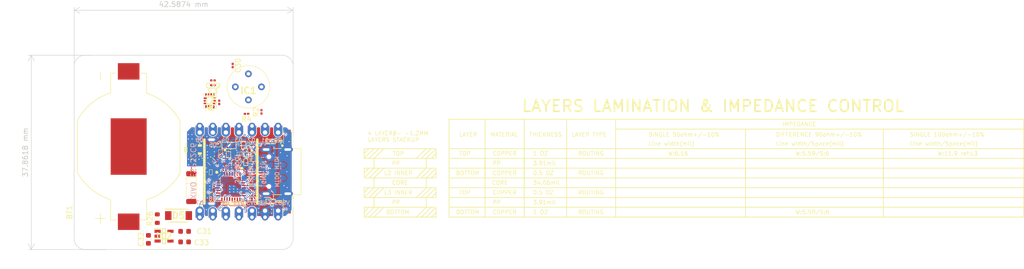
<source format=kicad_pcb>
(kicad_pcb (version 20241229) (generator "pcbnew") (generator_version "9.0")
  (layers (0 "F.Cu" signal) (4 "In1.Cu" signal) (6 "In2.Cu" signal) (2 "B.Cu" signal) (13 "F.Paste" user) (15 "B.Paste" user) (5 "F.SilkS" user "F.Silkscreen") (7 "B.SilkS" user "B.Silkscreen") (1 "F.Mask" user) (3 "B.Mask" user) (25 "Edge.Cuts" user))
  (net 0 "")
  (net 2 "Net-(ANT2-D)")
  (net 3 "GND")
  (net 4 "+5V")
  (net 5 "VBUS")
  (net 6 "+3V3")
  (net 7 "ESP_USB_DN")
  (net 8 "ESP_USB_DP")
  (net 9 "VBAT")
  (net 10 "Net-(X1-X2)")
  (net 11 "Net-(U4-XTAL_N)")
  (net 12 "Net-(U4-VDDA3P3_1)")
  (net 13 "GPIO14")
  (net 14 "EN")
  (net 15 "BOOT")
  (net 16 "Net-(ANT1-Pad1)")
  (net 17 "Net-(U4-ANT)")
  (net 18 "Net-(C25-Pad1)")
  (net 19 "Net-(CHG1-+)")
  (net 20 "Net-(CHG1--)")
  (net 21 "Net-(Q2-G)")
  (net 22 "Net-(D4-+)")
  (net 23 "GPIO15")
  (net 24 "Net-(Q1-G)")
  (net 25 "Net-(USB1-A5{slash}CC1)")
  (net 26 "Net-(USB1-B5{slash}CC2)")
  (net 27 "/03 Power/USB_DN")
  (net 28 "/03 Power/USB_DP")
  (net 29 "Net-(U3-IREF)")
  (net 30 "Net-(U4-XWAL_P)")
  (net 31 "/04 ESP32 C6/GPIO8")
  (net 32 "Net-(U4-U0TXD)")
  (net 33 "D6{slash}TX")
  (net 34 "Net-(U4-SDIO_CLK)")
  (net 35 "GPIO19{slash}SDIO_CLK")
  (net 36 "Net-(U5-RF1)")
  (net 37 "Net-(Q3-D)")
  (net 38 "GPIO3{slash}ADC1_CH3")
  (net 39 "GPIO4{slash}MTMS")
  (net 40 "GPIO5{slash}MTDI")
  (net 41 "GPIO6{slash}MTCK")
  (net 42 "GPIO7{slash}MTDO")
  (net 43 "GPIO0{slash}XTAL_32K_P{slash}ADC1_CH0")
  (net 44 "GPIO1{slash}XTAL_32K_N{slash}ADC1_CH1")
  (net 45 "GPIO2{slash}ADC1_CH2")
  (net 46 "GPIO23{slash}SDIO_D3")
  (net 47 "GPIO22{slash}SDIO_D2")
  (net 48 "GPIO21{slash}SDIO_D1")
  (net 49 "D7{slash}RX")
  (net 50 "GPIO20{slash}SDIO_D0")
  (net 51 "GPIO18{slash}SDIO_CMD")
  (net 54 "Net-(U5-RF2)")
  (net 55 "Net-(U1-SW)")
  (net 56 "Net-(U1-MODE)")
  (net 63 "Net-(BT1-Pad+)")
  (net 64 "Net-(D5-A)")
  (net 65 "Net-(IC2-BYPASS)")
  (footprint "Resistor_SMD:R_0603_1608Metric" (layer "F.Cu") (at 92.52 82.04 90)
    (property "Reference" "R26")
    (property "Value" "604F/(1/10W)/1608")
  )
  (footprint "Capacitor:C0201" (layer "F.Cu") (at 102.66 72.11 180)
    (property "Reference" "C18")
    (property "Value" "100pF")
  )
  (footprint "Misc:ANT2P-5.2x2x1.1MM" (layer "F.Cu") (at 99.1362 76 -90)
    (property "Reference" "ANT1")
    (property "Value" "KH5220-A36")
  )
  (footprint "SamacSys_Parts2:MLX90614ESFDAA000TU" (layer "F.Cu") (at 110.24 58.91 180)
    (property "Reference" "IC1")
    (property "Value" "MLX90614ESF-DAA-000-TU" (hide yes))
  )
  (footprint "Capacitor_SMD:C_0603_1608Metric" (layer "F.Cu") (at 97.83 84.53 180)
    (property "Reference" "C31")
    (property "Value" "4.7uF/10v/1608")
  )
  (footprint "Capacitor:C0402" (layer "F.Cu") (at 104.84 69.46 90)
    (property "Reference" "C1")
    (property "Value" "10uF")
  )
  (footprint "Switch:SW4-SMD-2.8-2.6X1.6X0.53MM" (layer "F.Cu") (at 117.856 79.4512 -90)
    (property "Reference" "K2")
    (property "Value" "SKTAAAE010")
  )
  (footprint "Resistor:R0201" (layer "F.Cu") (at 106.61 71.2216 90)
    (property "Reference" "R12")
    (property "Value" "0R")
  )
  (footprint "Capacitor_SMD:C_0201_0603Metric" (layer "F.Cu") (at 103.34 55.11 180)
    (property "Reference" "C29")
    (property "Value" "1uF")
  )
  (footprint "Inductor:L0201" (layer "F.Cu") (at 99.88 71.38)
    (property "Reference" "L5")
    (property "Value" "3nH")
  )
  (footprint "Capacitor_SMD:C_0201_0603Metric" (layer "F.Cu") (at 107.18 52.21 -90)
    (property "Reference" "C30")
    (property "Value" "100nF")
  )
  (footprint "Switch:SW4-SMD-2.8-2.6X1.6X0.53MM" (layer "F.Cu") (at 117.856 66.294 90)
    (property "Reference" "K1")
    (property "Value" "SKTAAAE010")
  )
  (footprint "Resistor:R0201" (layer "F.Cu") (at 111.05 72.525 180)
    (property "Reference" "R7")
    (property "Value" "22R")
  )
  (footprint "Capacitor:C0201" (layer "F.Cu") (at 104.68 72.03 90)
    (property "Reference" "C25")
    (property "Value" "TBD")
  )
  (footprint "Resistor:R0201" (layer "F.Cu") (at 110.3148 76.58)
    (property "Reference" "R18")
    (property "Value" "1.5K")
  )
  (footprint "Inductor:L0201" (layer "F.Cu") (at 103.12 68.87 -90)
    (property "Reference" "L3")
    (property "Value" "2.7nH")
  )
  (footprint "Capacitor:C0201" (layer "F.Cu") (at 111.18 68.8 180)
    (property "Reference" "C21")
    (property "Value" "1uF")
  )
  (footprint "Capacitor:C0201" (layer "F.Cu") (at 103.13 74.73 -90)
    (property "Reference" "C16")
    (property "Value" "100nF")
  )
  (footprint "SamacSys_Parts2:SOT95P280X145-5N" (layer "F.Cu") (at 93.83 85.46)
    (property "Reference" "IC2")
    (property "Value" "LP2985AIM5X-3.1_NOPB" (hide yes))
  )
  (footprint "Crystal:X4-SMD-1.6X1.2MM" (layer "F.Cu") (at 107.8364 71.5772 90)
    (property "Reference" "X1")
    (property "Value" "40MHz")
  )
  (footprint "Resistor:R0201" (layer "F.Cu") (at 110.3148 75.5534)
    (property "Reference" "R14")
    (property "Value" "499R")
  )
  (footprint "Resistor:R0201" (layer "F.Cu") (at 111.2012 78.56 180)
    (property "Reference" "R25")
    (property "Value" "1.5K")
  )
  (footprint "AnYeonsu:BAT_BU2032SM-JJ-GTR" (layer "F.Cu") (at 86.95 68 90)
    (property "Reference" "BT1")
    (property "Value" "BU2032SM-JJ-GTR")
  )
  (footprint "Capacitor_SMD:C_0201_0603Metric" (layer "F.Cu") (at 104.57 59.385 90)
    (property "Reference" "C26")
    (property "Value" "10nF")
  )
  (footprint "Resistor:R0201" (layer "F.Cu") (at 111.075 73.175 180)
    (property "Reference" "R8")
    (property "Value" "22R")
  )
  (footprint "Diode:LED-0402" (layer "F.Cu") (at 114.5286 67.0052 180)
    (property "Reference" "CHG1")
    (property "Value" "Red")
  )
  (footprint "Resistor:R0201" (layer "F.Cu") (at 111.2012 71.1454 180)
    (property "Reference" "R6")
    (property "Value" "5.1K")
  )
  (footprint "Capacitor:C0201" (layer "F.Cu") (at 110.3148 76.0614)
    (property "Reference" "C20")
    (property "Value" "100nF")
  )
  (footprint "Capacitor:C0201" (layer "F.Cu") (at 110.19 68.75 180)
    (property "Reference" "C9")
    (property "Value" "1uF")
  )
  (footprint "Resistor:R0201" (layer "F.Cu") (at 109.19 68.75 180)
    (property "Reference" "R10")
    (property "Value" "200K")
  )
  (footprint "Resistor:R0201" (layer "F.Cu") (at 111.19 68.28 180)
    (property "Reference" "R16")
    (property "Value" "10K")
  )
  (footprint "Inductor:L0201" (layer "F.Cu") (at 103.83 72.23 180)
    (property "Reference" "L4")
    (property "Value" "TBD")
  )
  (footprint "Capacitor:C0402" (layer "F.Cu") (at 103.07 77.84 -90)
    (property "Reference" "C13")
    (property "Value" "10uF")
  )
  (footprint "Diode:LED-0402" (layer "F.Cu") (at 114.5286 78.6892 180)
    (property "Reference" "D4")
    (property "Value" "Yellow")
  )
  (footprint "Mosfet:PMOS_1.0X0.6X0.35MM" (layer "F.Cu") (at 102.91 73.01)
    (property "Reference" "Q3")
    (property "Value" "LP0404N3T5G")
  )
  (footprint "Capacitor:C0201" (layer "F.Cu") (at 110.07 72.525 180)
    (property "Reference" "C6")
    (property "Value" "10pF")
  )
  (footprint "Capacitor:C0201" (layer "F.Cu") (at 106.5944 72.353 90)
    (property "Reference" "C12")
    (property "Value" "10nF")
  )
  (footprint "Diode:DFN1006-2L" (layer "F.Cu") (at 109.728 71.0946 -90)
    (property "Reference" "D3")
    (property "Value" "LNZ8F5V6T5G")
  )
  (footprint "Resistor:R0201" (layer "F.Cu") (at 104.2 71.05 -90)
    (property "Reference" "R23")
    (property "Value" "10K")
  )
  (footprint "Mosfet:PMOS_1.0X0.6X0.35MM" (layer "F.Cu") (at 108.5342 69.3928 -90)
    (property "Reference" "Q2")
    (property "Value" "LN237N3T5G")
  )
  (footprint "Capacitor:C0201" (layer "F.Cu") (at 110.07 73.175 180)
    (property "Reference" "C7")
    (property "Value" "10pF")
  )
  (footprint "Ic:BGA6-0.35-0.745X10.95X0.4MM" (layer "F.Cu") (at 106.37 69.58)
    (property "Reference" "U1")
    (property "Value" "SMD IC PMIC;DCDC Buck-ADJ-1A,Vin 1.95V to 5.5V,Vout 1.8V to 3.3V;WLCSP-6B")
  )
  (footprint "Inductor:L0201" (layer "F.Cu") (at 103.63 74.73 90)
    (property "Reference" "L2")
    (property "Value" "2.0nH")
  )
  (footprint "Resistor:R0201" (layer "F.Cu") (at 111.17 67.27 180)
    (property "Reference" "R11")
    (property "Value" "10K")
  )
  (footprint "Capacitor:C0402" (layer "F.Cu") (at 104.0008 67.6656 180)
    (property "Reference" "C4")
    (property "Value" "10uF")
  )
  (footprint "Diode:ESD-0402" (layer "F.Cu") (at 111.2012 70.0532 -90)
    (property "Reference" "D2")
    (property "Value" "ESDPSA0402V05")
  )
  (footprint "Ic:DFN6-0.4-1.1X0.7X0.45MM" (layer "F.Cu") (at 103.02 70.9 -45)
    (property "Reference" "U5")
    (property "Value" "FM8625H")
  )
  (footprint "Capacitor_SMD:C_0201_0603Metric" (layer "F.Cu") (at 112.78 61.24 90)
    (property "Reference" "R2")
    (property "Value" "3.3k")
  )
  (footprint "Capacitor:C0201" (layer "F.Cu") (at 102.87 69.62 180)
    (property "Reference" "C24")
    (property "Value" "1.5pF")
  )
  (footprint "SamacSys_Parts2:IIM42352" (layer "F.Cu") (at 102.74 59.085 90)
    (property "Reference" "AC1")
    (property "Value" "ICM-42605" (hide yes))
  )
  (footprint "Capacitor:C0201" (layer "F.Cu") (at 107.44 70.06 90)
    (property "Reference" "C10")
    (property "Value" "15pF")
  )
  (footprint "Capacitor:C0201" (layer "F.Cu") (at 103.26 76.61 180)
    (property "Reference" "C17")
    (property "Value" "100nF")
  )
  (footprint "Capacitor:C0201" (layer "F.Cu") (at 108.34 68.23 180)
    (property "Reference" "C2")
    (property "Value" "100nF")
  )
  (footprint "Resistor:R0201" (layer "F.Cu") (at 108.21 69.98)
    (property "Reference" "R19")
    (property "Value" "2.2K")
  )
  (footprint "Capacitor:C0201" (layer "F.Cu") (at 100.62 71.11 90)
    (property "Reference" "C28")
    (property "Value" "2.2pF")
  )
  (footprint "Capacitor:C0201" (layer "F.Cu") (at 99.14 71.12 90)
    (property "Reference" "C27")
    (property "Value" "2.4pF")
  )
  (footprint "Capacitor_SMD:C_0201_0603Metric" (layer "F.Cu") (at 109.88 61.62 180)
    (property "Reference" "R4")
    (property "Value" "3.3k")
  )
  (footprint "Resistor:R0201" (layer "F.Cu") (at 105.74 71.05 90)
    (property "Reference" "R1")
    (property "Value" "249K")
  )
  (footprint "Connector:USB2.0-TYPE-C" (layer "F.Cu") (at 113.1314 72.88 180)
    (property "Reference" "USB1")
    (property "Value" "USB2.0 Type C")
  )
  (footprint "Connector:U-FL3P-SMD-2.6X2.6X1.0MM" (layer "F.Cu") (at 99.3902 68.58 180)
    (property "Reference" "ANT2")
    (property "Value" "U.FL-R-SMT-1")
  )
  (footprint "Resistor:R0201" (layer "F.Cu") (at 104.71 71.05 90)
    (property "Reference" "R24")
    (property "Value" "5.1K")
  )
  (footprint "Ic:QFN32-0.5-5X5MM" (layer "F.Cu") (at 106.835 75.8074)
    (property "Reference" "U4")
    (property "Value" "ESP32-C6FH4")
  )
  (footprint "Capacitor_SMD:C_0603_1608Metric" (layer "F.Cu") (at 90.79 86.08 90)
    (property "Reference" "C32")
    (property "Value" "1uF/35v/1608")
  )
  (footprint "Resistor:R0201" (layer "F.Cu") (at 111.27 74.38 90)
    (property "Reference" "R3")
    (property "Value" "5.1K")
  )
  (footprint "SamacSys_Parts2:SODFL4725X105N" (layer "F.Cu") (at 96.65 81.45)
    (property "Reference" "D5")
    (property "Value" "RB160LAM-40TR" (hide yes))
  )
  (footprint "Capacitor:C0201" (layer "F.Cu") (at 103.26 76.08 180)
    (property "Reference" "C14")
    (property "Value" "1uF")
  )
  (footprint "Capacitor:C0201" (layer "F.Cu") (at 110.4392 71.3486 -90)
    (property "Reference" "C8")
    (property "Value" "1uF")
  )
  (footprint "Diode:DFN1006-2L" (layer "F.Cu") (at 109.3216 67.818 -90)
    (property "Reference" "D1")
    (property "Value" "LMBR4010BST5G")
  )
  (footprint "Resistor:R0201" (layer "F.Cu") (at 110.22 78.55 180)
    (property "Reference" "R13")
    (property "Value" "5.1K")
  )
  (footprint "Capacitor:C0201" (layer "F.Cu") (at 105.22 71.05 90)
    (property "Reference" "C19")
    (property "Value" "10pF")
  )
  (footprint "Capacitor:C0201" (layer "F.Cu") (at 111.2 77.54)
    (property "Reference" "C22")
    (property "Value" "15pF")
  )
  (footprint "Resistor:R0201" (layer "F.Cu") (at 111.2 78.05 180)
    (property "Reference" "R17")
    (property "Value" "10K")
  )
  (footprint "Module:MOUDLE14P-XIAO-HALF-HOLE" (layer "F.Cu") (at 108.3977 72.876)
    (property "Reference" "U2")
    (property "Value" "~")
    (fp_line (start 10.541 6.985) (end 10.541 -6.985) (stroke (width 0.0254)) (layer "Edge.Cuts"))
  )
  (footprint "Ic:WLCSP-0.4-0.92X1.16X0.4MM" (layer "F.Cu") (at 110.0074 69.5706 -90)
    (property "Reference" "U3")
    (property "Value" "SGM40567-4.2XG/TR")
  )
  (footprint "Capacitor:C0201" (layer "F.Cu") (at 109.01 72.1614 -90)
    (property "Reference" "C11")
    (property "Value" "15pF")
  )
  (footprint "Capacitor:C0201" (layer "F.Cu") (at 102.57 68.37 90)
    (property "Reference" "C23")
    (property "Value" "3.3pF")
  )
  (footprint "Resistor:R0201" (layer "F.Cu") (at 102.92 73.88)
    (property "Reference" "R21")
    (property "Value" "10K")
  )
  (footprint "Capacitor_SMD:C_0201_0603Metric" (layer "F.Cu") (at 103.33 56.05 180)
    (property "Reference" "C3")
    (property "Value" "100nF")
  )
  (footprint "Capacitor_SMD:C_0603_1608Metric" (layer "F.Cu") (at 97.83 86.58 180)
    (property "Reference" "C33")
    (property "Value" "10nF/6.3v/1608")
  )
  (footprint "Resistor:R0201" (layer "F.Cu") (at 111.19 67.78 180)
    (property "Reference" "R20")
    (property "Value" "100R")
  )
  (footprint "Resistor:R0201" (layer "F.Cu") (at 108.2 68.75)
    (property "Reference" "R9")
    (property "Value" "100K")
  )
  (footprint "Inductor:L0603" (layer "F.Cu") (at 106.47 67.78 180)
    (property "Reference" "L1")
    (property "Value" "0.47uH")
  )
  (footprint "Mosfet:PMOS_1.0X0.6X0.35MM" (layer "F.Cu") (at 110.2106 67.818 180)
    (property "Reference" "Q1")
    (property "Value" "LP0404N3T5G")
  )
  (footprint "Resistor:R0201" (layer "F.Cu") (at 110.4 74.0548)
    (property "Reference" "R15")
    (property "Value" "0R")
  )
  (footprint "Capacitor:C0201" (layer "F.Cu") (at 105.3498 72.353 90)
    (property "Reference" "C5")
    (property "Value" "1uF")
  )
  (footprint "Capacitor:C0201" (layer "F.Cu") (at 103.25 75.55 180)
    (property "Reference" "C15")
    (property "Value" "100nF")
  )
  (footprint "Resistor:R0201" (layer "F.Cu") (at 102.21 73.7 -90)
    (property "Reference" "R22")
    (property "Value" "10K")
  )
  (footprint "Misc:TP-D45MIL" (layer "B.Cu") (at 111.9632 71.6026 180)
    (property "Reference" "TP4")
    (property "Value" "Test Point" (hide yes))
  )
  (footprint "Misc:TP-D45MIL" (layer "B.Cu") (at 111.9632 74.1426 180)
    (property "Reference" "TP6")
    (property "Value" "Test Point" (hide yes))
  )
  (footprint "Misc:TP-D45MIL" (layer "B.Cu") (at 109.48 74.05 180)
    (property "Reference" "TP1")
    (property "Value" "Test Point" (hide yes))
  )
  (footprint "Misc:TP-D45MIL" (layer "B.Cu") (at 117.0432 74.1426 180)
    (property "Reference" "TP7")
    (property "Value" "Test Point" (hide yes))
  )
  (footprint "Misc:TP-D45MIL" (layer "B.Cu") (at 109.4232 71.6026 180)
    (property "Reference" "TP2")
    (property "Value" "Test Point" (hide yes))
  )
  (footprint "Misc:TP-D45MIL" (layer "B.Cu") (at 117.0432 71.6026 180)
    (property "Reference" "TP5")
    (property "Value" "Test Point" (hide yes))
  )
  (footprint "Misc:TP-D45MIL" (layer "B.Cu") (at 114.5032 71.6026 180)
    (property "Reference" "TP8")
    (property "Value" "Test Point" (hide yes))
  )
  (footprint "Misc:TP-D45MIL" (layer "B.Cu") (at 114.5032 74.1426 180)
    (property "Reference" "TP3")
    (property "Value" "Test Point" (hide yes))
  )
  (gr_line (start 132.7658 68.4022) (end 133.6548 68.4022) (stroke (width 0.1524)) (layer "F.SilkS"))
  (gr_line (start 132.7658 81.7372) (end 132.7658 80.7847) (stroke (width 0.1524)) (layer "F.SilkS"))
  (gr_line (start 133.6548 79.8322) (end 132.7658 80.7847) (stroke (width 0.1524)) (layer "F.SilkS"))
  (gr_line (start 144.8308 77.9272) (end 144.8308 79.8322) (stroke (width 0.1524)) (layer "F.SilkS"))
  (gr_line (start 144.8308 76.0222) (end 135.6233 76.0222) (stroke (width 0.1524)) (layer "F.SilkS"))
  (gr_line (start 132.7658 72.2122) (end 133.6548 72.2122) (stroke (width 0.1524)) (layer "F.SilkS"))
  (gr_line (start 133.6548 72.2122) (end 132.7658 73.1647) (stroke (width 0.1524)) (layer "F.SilkS"))
  (gr_line (start 145.8468 81.7372) (end 146.7358 80.7847) (stroke (width 0.1524)) (layer "F.SilkS"))
  (gr_line (start 233.7308 81.7372) (end 261.0358 81.7372) (stroke (width 0.1524)) (layer "F.SilkS"))
  (gr_line (start 181.6608 62.6872) (end 181.6608 64.5922) (stroke (width 0.1524)) (layer "F.SilkS"))
  (gr_line (start 134.6708 70.3072) (end 134.6708 72.2122) (stroke (width 0.1524)) (layer "F.SilkS"))
  (gr_line (start 132.7658 70.3072) (end 132.7658 69.3547) (stroke (width 0.1524)) (layer "F.SilkS"))
  (gr_line (start 134.6708 79.8322) (end 132.7658 81.7372) (stroke (width 0.1524)) (layer "F.SilkS"))
  (gr_line (start 261.0358 64.5922) (end 261.0358 62.6872) (stroke (width 0.1524)) (layer "F.SilkS"))
  (gr_line (start 261.0358 74.1172) (end 261.0358 76.0222) (stroke (width 0.1524)) (layer "F.SilkS"))
  (gr_line (start 181.6608 72.2122) (end 181.6608 81.7372) (stroke (width 0.1524)) (layer "F.SilkS"))
  (gr_line (start 146.7358 76.0222) (end 145.7833 76.0222) (stroke (width 0.1524)) (layer "F.SilkS"))
  (gr_line (start 181.6608 62.6872) (end 172.1358 62.6872) (stroke (width 0.1524)) (layer "F.SilkS"))
  (gr_line (start 146.7358 79.8322) (end 145.7833 79.8322) (stroke (width 0.1524)) (layer "F.SilkS"))
  (gr_line (start 146.7358 72.2122) (end 146.7358 73.1647) (stroke (width 0.1524)) (layer "F.SilkS"))
  (gr_line (start 146.7358 76.9747) (end 146.7358 77.9272) (stroke (width 0.1524)) (layer "F.SilkS"))
  (gr_line (start 149.2758 68.4022) (end 261.0358 68.4022) (stroke (width 0.1524)) (layer "F.SilkS"))
  (gr_line (start 172.1358 62.6872) (end 163.8808 62.6872) (stroke (width 0.1524)) (layer "F.SilkS"))
  (gr_line (start 133.6548 79.8322) (end 134.6708 79.8322) (stroke (width 0.1524)) (layer "F.SilkS"))
  (gr_line (start 135.6233 72.2122) (end 133.7183 74.1172) (stroke (width 0.1524)) (layer "F.SilkS"))
  (gr_line (start 144.8308 74.1172) (end 146.7358 72.2122) (stroke (width 0.1524)) (layer "F.SilkS"))
  (gr_line (start 136.5758 72.2122) (end 134.6708 74.1172) (stroke (width 0.1524)) (layer "F.SilkS"))
  (gr_line (start 146.7358 68.4022) (end 145.7833 68.4022) (stroke (width 0.1524)) (layer "F.SilkS"))
  (gr_line (start 143.8783 77.9272) (end 145.7833 76.0222) (stroke (width 0.1524)) (layer "F.SilkS"))
  (gr_line (start 206.9338 74.1172) (end 233.7308 74.1172) (stroke (width 0.1524)) (layer "F.SilkS"))
  (gr_line (start 146.7358 80.7847) (end 146.7358 81.7372) (stroke (width 0.1524)) (layer "F.SilkS"))
  (gr_line (start 143.8783 81.7372) (end 145.7833 79.8322) (stroke (width 0.1524)) (layer "F.SilkS"))
  (gr_line (start 181.6608 74.1172) (end 206.9338 74.1172) (stroke (width 0.1524)) (layer "F.SilkS"))
  (gr_line (start 233.7308 72.2122) (end 233.7308 81.7372) (stroke (width 0.1524)) (layer "F.SilkS"))
  (gr_line (start 132.7658 70.3072) (end 133.7183 70.3072) (stroke (width 0.1524)) (layer "F.SilkS"))
  (gr_line (start 132.7658 80.7847) (end 132.7658 79.8322) (stroke (width 0.1524)) (layer "F.SilkS"))
  (gr_line (start 143.8783 70.3072) (end 134.6708 70.3072) (stroke (width 0.1524)) (layer "F.SilkS"))
  (gr_line (start 145.8468 74.1172) (end 144.8308 74.1172) (stroke (width 0.1524)) (layer "F.SilkS"))
  (gr_line (start 142.9258 81.7372) (end 144.8308 79.8322) (stroke (width 0.1524)) (layer "F.SilkS"))
  (gr_line (start 144.8308 70.3072) (end 144.8308 72.2122) (stroke (width 0.1524)) (layer "F.SilkS"))
  (gr_line (start 144.8308 79.8322) (end 135.6233 79.8322) (stroke (width 0.1524)) (layer "F.SilkS"))
  (gr_line (start 135.6233 68.4022) (end 133.7183 70.3072) (stroke (width 0.1524)) (layer "F.SilkS"))
  (gr_line (start 149.2758 74.1172) (end 156.2608 74.1172) (stroke (width 0.1524)) (layer "F.SilkS"))
  (gr_line (start 156.2608 74.1172) (end 163.8808 74.1172) (stroke (width 0.1524)) (layer "F.SilkS"))
  (gr_line (start 144.8308 70.3072) (end 143.8783 70.3072) (stroke (width 0.1524)) (layer "F.SilkS"))
  (gr_line (start 172.1358 81.7372) (end 181.6608 81.7372) (stroke (width 0.1524)) (layer "F.SilkS"))
  (gr_line (start 156.2608 81.7372) (end 163.8808 81.7372) (stroke (width 0.1524)) (layer "F.SilkS"))
  (gr_line (start 132.7658 76.0222) (end 133.6548 76.0222) (stroke (width 0.1524)) (layer "F.SilkS"))
  (gr_line (start 146.7358 69.3547) (end 146.7358 70.3072) (stroke (width 0.1524)) (layer "F.SilkS"))
  (gr_line (start 145.8468 81.7372) (end 144.8308 81.7372) (stroke (width 0.1524)) (layer "F.SilkS"))
  (gr_line (start 133.7183 81.7372) (end 134.6708 81.7372) (stroke (width 0.1524)) (layer "F.SilkS"))
  (gr_line (start 135.6233 76.0222) (end 133.7183 77.9272) (stroke (width 0.1524)) (layer "F.SilkS"))
  (gr_line (start 172.1358 70.3072) (end 172.1358 81.7372) (stroke (width 0.1524)) (layer "F.SilkS"))
  (gr_line (start 133.6548 76.0222) (end 134.6708 76.0222) (stroke (width 0.1524)) (layer "F.SilkS"))
  (gr_line (start 181.6608 81.7372) (end 206.9338 81.7372) (stroke (width 0.1524)) (layer "F.SilkS"))
  (gr_line (start 143.8783 74.1172) (end 145.7833 72.2122) (stroke (width 0.1524)) (layer "F.SilkS"))
  (gr_line (start 149.2758 81.7372) (end 156.2608 81.7372) (stroke (width 0.1524)) (layer "F.SilkS"))
  (gr_line (start 133.6548 76.0222) (end 132.7658 76.9747) (stroke (width 0.1524)) (layer "F.SilkS"))
  (gr_line (start 145.7833 79.8322) (end 144.8308 79.8322) (stroke (width 0.1524)) (layer "F.SilkS"))
  (gr_line (start 132.7658 74.1172) (end 133.7183 74.1172) (stroke (width 0.1524)) (layer "F.SilkS"))
  (gr_line (start 145.8468 70.3072) (end 146.7358 70.3072) (stroke (width 0.1524)) (layer "F.SilkS"))
  (gr_line (start 149.2758 70.3072) (end 261.0358 70.3072) (stroke (width 0.1524)) (layer "F.SilkS"))
  (gr_line (start 261.0358 62.6872) (end 181.6608 62.6872) (stroke (width 0.1524)) (layer "F.SilkS"))
  (gr_line (start 135.6233 79.8322) (end 133.7183 81.7372) (stroke (width 0.1524)) (layer "F.SilkS"))
  (gr_line (start 145.8468 77.9272) (end 146.7358 76.9747) (stroke (width 0.1524)) (layer "F.SilkS"))
  (gr_line (start 144.8308 81.7372) (end 143.8783 81.7372) (stroke (width 0.1524)) (layer "F.SilkS"))
  (gr_line (start 132.7658 69.3547) (end 132.7658 68.4022) (stroke (width 0.1524)) (layer "F.SilkS"))
  (gr_line (start 144.8308 77.9272) (end 143.8783 77.9272) (stroke (width 0.1524)) (layer "F.SilkS"))
  (gr_line (start 144.8308 81.7372) (end 146.7358 79.8322) (stroke (width 0.1524)) (layer "F.SilkS"))
  (gr_line (start 261.0358 76.0222) (end 261.0358 81.7372) (stroke (width 0.1524)) (layer "F.SilkS"))
  (gr_line (start 261.0358 72.2122) (end 261.0358 74.1172) (stroke (width 0.1524)) (layer "F.SilkS"))
  (gr_line (start 181.6608 64.5922) (end 206.9338 64.5922) (stroke (width 0.1524)) (layer "F.SilkS"))
  (gr_line (start 143.8783 77.9272) (end 134.6708 77.9272) (stroke (width 0.1524)) (layer "F.SilkS"))
  (gr_line (start 143.8783 74.1172) (end 134.6708 74.1172) (stroke (width 0.1524)) (layer "F.SilkS"))
  (gr_line (start 111.9632 66.6496) (end 111.9632 79.0956) (stroke (width 0.508)) (layer "F.SilkS"))
  (gr_line (start 144.8308 68.4022) (end 135.6233 68.4022) (stroke (width 0.1524)) (layer "F.SilkS"))
  (gr_line (start 132.7658 77.9272) (end 132.7658 76.9747) (stroke (width 0.1524)) (layer "F.SilkS"))
  (gr_line (start 181.6608 64.5922) (end 181.6608 74.1172) (stroke (width 0.1524)) (layer "F.SilkS"))
  (gr_line (start 163.8808 74.1172) (end 172.1358 74.1172) (stroke (width 0.1524)) (layer "F.SilkS"))
  (gr_line (start 145.8468 77.9272) (end 146.7358 77.9272) (stroke (width 0.1524)) (layer "F.SilkS"))
  (gr_line (start 261.0358 68.4022) (end 261.0358 64.5922) (stroke (width 0.1524)) (layer "F.SilkS"))
  (gr_line (start 145.8468 81.7372) (end 146.7358 81.7372) (stroke (width 0.1524)) (layer "F.SilkS"))
  (gr_line (start 172.1358 62.6872) (end 172.1358 74.1172) (stroke (width 0.1524)) (layer "F.SilkS"))
  (gr_line (start 145.8468 70.3072) (end 144.8308 70.3072) (stroke (width 0.1524)) (layer "F.SilkS"))
  (gr_line (start 163.8808 62.6872) (end 163.8808 74.1172) (stroke (width 0.1524)) (layer "F.SilkS"))
  (gr_line (start 134.6708 68.4022) (end 132.7658 70.3072) (stroke (width 0.1524)) (layer "F.SilkS"))
  (gr_line (start 145.8468 74.1172) (end 146.7358 73.1647) (stroke (width 0.1524)) (layer "F.SilkS"))
  (gr_line (start 149.2758 68.4022) (end 149.2758 74.1172) (stroke (width 0.1524)) (layer "F.SilkS"))
  (gr_line (start 156.2608 62.6872) (end 149.2758 62.6872) (stroke (width 0.1524)) (layer "F.SilkS"))
  (gr_line (start 233.7308 64.5922) (end 233.7308 74.1172) (stroke (width 0.1524)) (layer "F.SilkS"))
  (gr_line (start 133.7183 70.3072) (end 134.6708 70.3072) (stroke (width 0.1524)) (layer "F.SilkS"))
  (gr_line (start 149.2758 77.9272) (end 261.0358 77.9272) (stroke (width 0.1524)) (layer "F.SilkS"))
  (gr_line (start 144.8308 70.3072) (end 146.7358 68.4022) (stroke (width 0.1524)) (layer "F.SilkS"))
  (gr_line (start 233.7308 64.5922) (end 261.0358 64.5922) (stroke (width 0.1524)) (layer "F.SilkS"))
  (gr_line (start 133.6548 72.2122) (end 134.6708 72.2122) (stroke (width 0.1524)) (layer "F.SilkS"))
  (gr_line (start 146.7358 76.0222) (end 146.7358 76.9747) (stroke (width 0.1524)) (layer "F.SilkS"))
  (gr_line (start 133.7183 77.9272) (end 134.6708 77.9272) (stroke (width 0.1524)) (layer "F.SilkS"))
  (gr_line (start 206.9338 64.5922) (end 233.7308 64.5922) (stroke (width 0.1524)) (layer "F.SilkS"))
  (gr_line (start 132.7658 79.8322) (end 133.6548 79.8322) (stroke (width 0.1524)) (layer "F.SilkS"))
  (gr_line (start 132.7658 76.9747) (end 132.7658 76.0222) (stroke (width 0.1524)) (layer "F.SilkS"))
  (gr_line (start 133.6548 68.4022) (end 132.7658 69.3547) (stroke (width 0.1524)) (layer "F.SilkS"))
  (gr_line (start 146.7358 79.8322) (end 146.7358 80.7847) (stroke (width 0.1524)) (layer "F.SilkS"))
  (gr_line (start 145.8468 70.3072) (end 146.7358 69.3547) (stroke (width 0.1524)) (layer "F.SilkS"))
  (gr_line (start 144.8308 74.1172) (end 144.8308 76.0222) (stroke (width 0.1524)) (layer "F.SilkS"))
  (gr_line (start 143.8783 70.3072) (end 145.7833 68.4022) (stroke (width 0.1524)) (layer "F.SilkS"))
  (gr_line (start 136.5758 68.4022) (end 134.6708 70.3072) (stroke (width 0.1524)) (layer "F.SilkS"))
  (gr_line (start 149.2758 62.6872) (end 149.2758 68.4022) (stroke (width 0.1524)) (layer "F.SilkS"))
  (gr_line (start 142.9258 74.1172) (end 144.8308 72.2122) (stroke (width 0.1524)) (layer "F.SilkS"))
  (gr_line (start 142.9258 70.3072) (end 144.8308 68.4022) (stroke (width 0.1524)) (layer "F.SilkS"))
  (gr_line (start 146.7358 68.4022) (end 146.7358 69.3547) (stroke (width 0.1524)) (layer "F.SilkS"))
  (gr_line (start 133.6548 68.4022) (end 134.6708 68.4022) (stroke (width 0.1524)) (layer "F.SilkS"))
  (gr_line (start 134.6708 79.8322) (end 135.6233 79.8322) (stroke (width 0.1524)) (layer "F.SilkS"))
  (gr_line (start 144.8308 74.1172) (end 143.8783 74.1172) (stroke (width 0.1524)) (layer "F.SilkS"))
  (gr_line (start 149.2758 72.2122) (end 261.0358 72.2122) (stroke (width 0.1524)) (layer "F.SilkS"))
  (gr_line (start 133.7183 74.1172) (end 134.6708 74.1172) (stroke (width 0.1524)) (layer "F.SilkS"))
  (gr_line (start 149.2758 76.0222) (end 261.0358 76.0222) (stroke (width 0.1524)) (layer "F.SilkS"))
  (gr_line (start 132.7658 81.7372) (end 133.7183 81.7372) (stroke (width 0.1524)) (layer "F.SilkS"))
  (gr_line (start 145.8468 77.9272) (end 144.8308 77.9272) (stroke (width 0.1524)) (layer "F.SilkS"))
  (gr_line (start 261.0358 68.4022) (end 261.0358 72.2122) (stroke (width 0.1524)) (layer "F.SilkS"))
  (gr_line (start 163.8808 62.6872) (end 156.2608 62.6872) (stroke (width 0.1524)) (layer "F.SilkS"))
  (gr_line (start 149.2758 79.8322) (end 261.0358 79.8322) (stroke (width 0.1524)) (layer "F.SilkS"))
  (gr_line (start 132.7658 74.1172) (end 132.7658 73.1647) (stroke (width 0.1524)) (layer "F.SilkS"))
  (gr_line (start 134.6708 72.2122) (end 132.7658 74.1172) (stroke (width 0.1524)) (layer "F.SilkS"))
  (gr_line (start 134.6708 77.9272) (end 134.6708 79.8322) (stroke (width 0.1524)) (layer "F.SilkS"))
  (gr_line (start 145.7833 68.4022) (end 144.8308 68.4022) (stroke (width 0.1524)) (layer "F.SilkS"))
  (gr_line (start 163.8808 70.3072) (end 163.8808 81.7372) (stroke (width 0.1524)) (layer "F.SilkS"))
  (gr_line (start 145.7833 72.2122) (end 144.8308 72.2122) (stroke (width 0.1524)) (layer "F.SilkS"))
  (gr_line (start 163.8808 81.7372) (end 172.1358 81.7372) (stroke (width 0.1524)) (layer "F.SilkS"))
  (gr_line (start 134.6708 72.2122) (end 135.6233 72.2122) (stroke (width 0.1524)) (layer "F.SilkS"))
  (gr_line (start 149.2758 76.0222) (end 149.2758 81.7372) (stroke (width 0.1524)) (layer "F.SilkS"))
  (gr_line (start 206.9338 72.2122) (end 206.9338 81.7372) (stroke (width 0.1524)) (layer "F.SilkS"))
  (gr_line (start 134.6708 68.4022) (end 135.6233 68.4022) (stroke (width 0.1524)) (layer "F.SilkS"))
  (gr_line (start 146.7358 73.1647) (end 146.7358 74.1172) (stroke (width 0.1524)) (layer "F.SilkS"))
  (gr_line (start 143.8783 81.7372) (end 134.6708 81.7372) (stroke (width 0.1524)) (layer "F.SilkS"))
  (gr_line (start 172.1358 74.1172) (end 181.6608 74.1172) (stroke (width 0.1524)) (layer "F.SilkS"))
  (gr_line (start 146.7358 72.2122) (end 145.7833 72.2122) (stroke (width 0.1524)) (layer "F.SilkS"))
  (gr_line (start 134.6708 76.0222) (end 135.6233 76.0222) (stroke (width 0.1524)) (layer "F.SilkS"))
  (gr_line (start 109.5502 79.0956) (end 105.1052 79.0956) (stroke (width 0.508)) (layer "F.SilkS"))
  (gr_line (start 136.5758 76.0222) (end 134.6708 77.9272) (stroke (width 0.1524)) (layer "F.SilkS"))
  (gr_line (start 144.8308 77.9272) (end 146.7358 76.0222) (stroke (width 0.1524)) (layer "F.SilkS"))
  (gr_line (start 145.8468 74.1172) (end 146.7358 74.1172) (stroke (width 0.1524)) (layer "F.SilkS"))
  (gr_line (start 206.9338 64.5922) (end 206.9338 74.1172) (stroke (width 0.1524)) (layer "F.SilkS"))
  (gr_line (start 101.6762 79.0956) (end 101.6762 66.6496) (stroke (width 0.508)) (layer "F.SilkS"))
  (gr_line (start 144.8308 72.2122) (end 135.6233 72.2122) (stroke (width 0.1524)) (layer "F.SilkS"))
  (gr_line (start 156.2608 62.6872) (end 156.2608 74.1172) (stroke (width 0.1524)) (layer "F.SilkS"))
  (gr_line (start 134.6708 76.0222) (end 132.7658 77.9272) (stroke (width 0.1524)) (layer "F.SilkS"))
  (gr_line (start 145.7833 76.0222) (end 144.8308 76.0222) (stroke (width 0.1524)) (layer "F.SilkS"))
  (gr_line (start 132.7658 77.9272) (end 133.7183 77.9272) (stroke (width 0.1524)) (layer "F.SilkS"))
  (gr_line (start 142.9258 77.9272) (end 144.8308 76.0222) (stroke (width 0.1524)) (layer "F.SilkS"))
  (gr_line (start 149.2758 74.1172) (end 149.2758 76.0222) (stroke (width 0.1524)) (layer "F.SilkS"))
  (gr_line (start 206.9338 81.7372) (end 233.7308 81.7372) (stroke (width 0.1524)) (layer "F.SilkS"))
  (gr_line (start 134.6708 74.1172) (end 134.6708 76.0222) (stroke (width 0.1524)) (layer "F.SilkS"))
  (gr_line (start 156.2608 70.3072) (end 156.2608 81.7372) (stroke (width 0.1524)) (layer "F.SilkS"))
  (gr_line (start 132.7658 73.1647) (end 132.7658 72.2122) (stroke (width 0.1524)) (layer "F.SilkS"))
  (gr_line (start 233.7308 74.1172) (end 261.0358 74.1172) (stroke (width 0.1524)) (layer "F.SilkS"))
  (gr_line (start 136.5758 79.8322) (end 134.6708 81.7372) (stroke (width 0.1524)) (layer "F.SilkS"))
  (gr_arc (start 103.7082 79.0956) (mid 103.633807 79.275212) (end 103.4542 79.3496) (stroke (width 0.0762)) (layer "Edge.Cuts"))
  (gr_line (start 118.9387 65.891) (end 118.9387 52.321) (stroke (width 0.1)) (layer "Edge.Cuts"))
  (gr_arc (start 102.4382 79.0956) (mid 102.512597 78.916002) (end 102.6922 78.8416) (stroke (width 0.0762)) (layer "Edge.Cuts"))
  (gr_line (start 116.82 88.064122) (end 78.47 88.064122) (stroke (width 0.1)) (layer "Edge.Cuts"))
  (gr_line (start 116.82 50.2023) (end 78.47 50.2023) (stroke (width 0.1)) (layer "Edge.Cuts"))
  (gr_arc (start 118.9387 85.945422) (mid 118.318147 87.443569) (end 116.82 88.064122) (stroke (width 0.1)) (layer "Edge.Cuts"))
  (gr_line (start 102.6922 66.3956) (end 103.4542 66.3956) (stroke (width 0.0762)) (layer "Edge.Cuts"))
  (gr_line (start 76.3513 52.321) (end 76.3513 85.94542) (stroke (width 0.1)) (layer "Edge.Cuts"))
  (gr_arc (start 102.6922 79.3496) (mid 102.512588 79.275209) (end 102.4382 79.0956) (stroke (width 0.0762)) (layer "Edge.Cuts"))
  (gr_arc (start 103.4542 66.3956) (mid 103.633798 66.469999) (end 103.7082 66.6496) (stroke (width 0.0762)) (layer "Edge.Cuts"))
  (gr_line (start 103.4542 66.9036) (end 102.6922 66.9036) (stroke (width 0.0762)) (layer "Edge.Cuts"))
  (gr_arc (start 76.3513 52.321) (mid 76.971853 50.822853) (end 78.47 50.2023) (stroke (width 0.1)) (layer "Edge.Cuts"))
  (gr_arc (start 102.4382 66.6496) (mid 102.512597 66.470002) (end 102.6922 66.3956) (stroke (width 0.0762)) (layer "Edge.Cuts"))
  (gr_line (start 102.6922 78.8416) (end 103.4542 78.8416) (stroke (width 0.0762)) (layer "Edge.Cuts"))
  (gr_arc (start 78.47 88.064122) (mid 76.971853 87.443569) (end 76.3513 85.945422) (stroke (width 0.1)) (layer "Edge.Cuts"))
  (gr_arc (start 103.4542 78.8416) (mid 103.633798 78.915999) (end 103.7082 79.0956) (stroke (width 0.0762)) (layer "Edge.Cuts"))
  (gr_line (start 103.4542 79.3496) (end 102.6922 79.3496) (stroke (width 0.0762)) (layer "Edge.Cuts"))
  (gr_arc (start 103.7082 66.6496) (mid 103.633807 66.829212) (end 103.4542 66.9036) (stroke (width 0.0762)) (layer "Edge.Cuts"))
  (gr_line (start 118.9387 79.861) (end 118.9387 85.945422) (stroke (width 0.1)) (layer "Edge.Cuts"))
  (gr_arc (start 102.6922 66.9036) (mid 102.512588 66.829209) (end 102.4382 66.6496) (stroke (width 0.0762)) (layer "Edge.Cuts"))
  (gr_arc (start 116.82 50.2023) (mid 118.318147 50.822853) (end 118.9387 52.321) (stroke (width 0.1)) (layer "Edge.Cuts"))
  (gr_text "LAYER" (at 151.1808 66.1162 0) (layer "F.SilkS") (effects (font (size 0.78232 0.78232) (thickness 0.10668)) (justify left bottom)))
  (gr_text "1 OZ" (at 165.5318 69.7992 0) (layer "F.SilkS") (effects (font (size 0.78232 0.78232) (thickness 0.10668)) (justify left bottom)))
  (gr_text "R" (at 115.9002 66.4718 -90) (layer "F.SilkS") (effects (font (size 0.762 0.762)) (justify left bottom)))
  (gr_text "ROUTING" (at 174.2948 81.2292 0) (layer "F.SilkS") (effects (font (size 0.78232 0.78232) (thickness 0.10668)) (justify left bottom)))
  (gr_text "TOP" (at 151.1808 77.4192 0) (layer "F.SilkS") (effects (font (size 0.78232 0.78232) (thickness 0.10668)) (justify left bottom)))
  (gr_text "CORE" (at 157.5308 75.5142 0) (layer "F.SilkS") (effects (font (size 0.78232 0.78232) (thickness 0.10668)) (justify left bottom)))
  (gr_text "BOTTOM" (at 150.5458 81.2292 0) (layer "F.SilkS") (effects (font (size 0.78232 0.78232) (thickness 0.10668)) (justify left bottom)))
  (gr_text "CORE" (at 138.0998 75.5142 0) (layer "F.SilkS") (effects (font (size 0.78232 0.78232) (thickness 0.10668)) (justify left bottom)))
  (gr_text "ROUTING" (at 174.2948 77.4192 0) (layer "F.SilkS") (effects (font (size 0.78232 0.78232) (thickness 0.10668)) (justify left bottom)))
  (gr_text "1 OZ" (at 165.5318 81.2292 0) (layer "F.SilkS") (effects (font (size 0.78232 0.78232) (thickness 0.10668)) (justify left bottom)))
  (gr_text "W:6.16" (at 191.8208 69.7992 0) (layer "F.SilkS") (effects (font (size 0.78232 0.78232) (thickness 0.10668)) (justify left bottom)))
  (gr_text "PP" (at 157.6578 71.7042 0) (layer "F.SilkS") (effects (font (size 0.78232 0.78232) (thickness 0.10668)) (justify left bottom)))
  (gr_text "L3 INNER" (at 136.5758 77.4192 0) (layer "F.SilkS") (effects (font (size 0.78232 0.78232) (thickness 0.10668)) (justify left bottom)))
  (gr_text "COPPER" (at 157.6578 73.6092 0) (layer "F.SilkS") (effects (font (size 0.78232 0.78232) (thickness 0.10668)) (justify left bottom)))
  (gr_text "TOP" (at 138.2268 69.7992 0) (layer "F.SilkS") (effects (font (size 0.78232 0.78232) (thickness 0.10668)) (justify left bottom)))
  (gr_text "TOP" (at 151.1808 69.7992 0) (layer "F.SilkS") (effects (font (size 0.78232 0.78232) (thickness 0.10668)) (justify left bottom)))
  (gr_text "LAYER TYPE" (at 173.0248 66.1162 0) (layer "F.SilkS") (effects (font (size 0.78232 0.78232) (thickness 0.10668)) (justify left bottom)))
  (gr_text "COPPER" (at 157.6578 69.7992 0) (layer "F.SilkS") (effects (font (size 0.78232 0.78232) (thickness 0.10668)) (justify left bottom)))
  (gr_text "COPPER" (at 157.6578 81.2292 0) (layer "F.SilkS") (effects (font (size 0.78232 0.78232) (thickness 0.10668)) (justify left bottom)))
  (gr_text "BOTTOM" (at 150.5458 73.6092 0) (layer "F.SilkS") (effects (font (size 0.78232 0.78232) (thickness 0.10668)) (justify left bottom)))
  (gr_text "IMPEDANCE" (at 214.0458 64.0842 0) (layer "F.SilkS") (effects (font (size 0.78232 0.78232) (thickness 0.10668)) (justify left bottom)))
  (gr_text "Line width(mil)" (at 188.0108 67.8942 0) (layer "F.SilkS") (effects (font (size 0.78232 0.78232) (thickness 0.10668)) (justify left bottom)))
  (gr_text "3.91mil" (at 165.5318 79.3242 0) (layer "F.SilkS") (effects (font (size 0.78232 0.78232) (thickness 0.10668)) (justify left bottom)))
  (gr_text "COPPER" (at 157.6578 77.4192 0) (layer "F.SilkS") (effects (font (size 0.78232 0.78232) (thickness 0.10668)) (justify left bottom)))
  (gr_text "L2 INNER" (at 136.5758 73.6092 0) (layer "F.SilkS") (effects (font (size 0.78232 0.78232) (thickness 0.10668)) (justify left bottom)))
  (gr_text "Line width/Space(mil)" (at 212.7758 67.8942 0) (layer "F.SilkS") (effects (font (size 0.78232 0.78232) (thickness 0.10668)) (justify left bottom)))
  (gr_text "W:5.59/S:6" (at 216.5858 69.7992 0) (layer "F.SilkS") (effects (font (size 0.78232 0.78232) (thickness 0.10668)) (justify left bottom)))
  (gr_text "LAYERS LAMINATION & IMPEDANCE CONTROL" (at 163.2458 61.4172 0) (layer "F.SilkS") (effects (font (size 2.2352 2.2352) (thickness 0.3048)) (justify left bottom)))
  (gr_text "34.06mil" (at 165.5318 75.5142 0) (layer "F.SilkS") (effects (font (size 0.78232 0.78232) (thickness 0.10668)) (justify left bottom)))
  (gr_text "3.91mil" (at 165.5318 71.7042 0) (layer "F.SilkS") (effects (font (size 0.78232 0.78232) (thickness 0.10668)) (justify left bottom)))
  (gr_text "SINGLE 50ohm+/-10%" (at 188.0108 66.1162 0) (layer "F.SilkS") (effects (font (size 0.78232 0.78232) (thickness 0.10668)) (justify left bottom)))
  (gr_text "ROUTING" (at 174.2948 73.6092 0) (layer "F.SilkS") (effects (font (size 0.78232 0.78232) (thickness 0.10668)) (justify left bottom)))
  (gr_text "W:11.9 ref:L3" (at 244.22 69.8 0) (layer "F.SilkS") (effects (font (size 0.78232 0.78232) (thickness 0.10668)) (justify left bottom)))
  (gr_text "PP" (at 138.0998 79.3242 0) (layer "F.SilkS") (effects (font (size 0.78232 0.78232) (thickness 0.10668)) (justify left bottom)))
  (gr_text "0.5 OZ" (at 165.5318 77.4192 0) (layer "F.SilkS") (effects (font (size 0.78232 0.78232) (thickness 0.10668)) (justify left bottom)))
  (gr_text "MATERIAL" (at 157.2768 66.1162 0) (layer "F.SilkS") (effects (font (size 0.78232 0.78232) (thickness 0.10668)) (justify left bottom)))
  (gr_text "Line width/Space(mil)" (at 238.8108 67.8942 0) (layer "F.SilkS") (effects (font (size 0.78232 0.78232) (thickness 0.10668)) (justify left bottom)))
  (gr_text "PP" (at 138.0998 71.7042 0) (layer "F.SilkS") (effects (font (size 0.78232 0.78232) (thickness 0.10668)) (justify left bottom)))
  (gr_text "ROUTING" (at 174.2948 69.7992 0) (layer "F.SilkS") (effects (font (size 0.78232 0.78232) (thickness 0.10668)) (justify left bottom)))
  (gr_text "W:5.59/S:6" (at 216.5858 81.2292 0) (layer "F.SilkS") (effects (font (size 0.78232 0.78232) (thickness 0.10668)) (justify left bottom)))
  (gr_text "B" (at 115.8494 78.232 -90) (layer "F.SilkS") (effects (font (size 0.762 0.762)) (justify left bottom)))
  (gr_text "SINGLE 100ohm+/-10%" (at 238.8108 66.1162 0) (layer "F.SilkS") (effects (font (size 0.78232 0.78232) (thickness 0.10668)) (justify left bottom)))
  (gr_text "4 LAYER#- -1.2MM\nLAYERS STACKUP" (at 133.4008 67.1322 0) (layer "F.SilkS") (effects (font (size 0.78232 0.78232) (thickness 0.10668)) (justify left bottom)))
  (gr_text "0.5 OZ" (at 165.5318 73.6092 0) (layer "F.SilkS") (effects (font (size 0.78232 0.78232) (thickness 0.10668)) (justify left bottom)))
  (gr_text "BOTTOM" (at 136.9568 81.2292 0) (layer "F.SilkS") (effects (font (size 0.78232 0.78232) (thickness 0.10668)) (justify left bottom)))
  (gr_text "DIFFERENCE 90ohm+/-10%" (at 212.7758 66.1162 0) (layer "F.SilkS") (effects (font (size 0.78232 0.78232) (thickness 0.10668)) (justify left bottom)))
  (gr_text "PP" (at 157.6578 79.3242 0) (layer "F.SilkS") (effects (font (size 0.78232 0.78232) (thickness 0.10668)) (justify left bottom)))
  (gr_text "THICKNESS" (at 164.7698 66.1162 0) (layer "F.SilkS") (effects (font (size 0.78232 0.78232) (thickness 0.10668)) (justify left bottom)))
  (gr_text "D7" (at 101.6 79.4258 0) (layer "B.SilkS") (effects (font (size 0.762 0.762)) (justify left bottom mirror)))
  (gr_text "BOOT" (at 107.569 72.517 270) (layer "B.SilkS") (effects (font (size 0.762 0.762)) (justify left bottom mirror)))
  (gr_text "D10" (at 109.5756 79.375 0) (layer "B.SilkS") (effects (font (size 0.762 0.762)) (justify left bottom mirror)))
  (gr_text "GND" (at 114.7572 79.4004 0) (layer "B.SilkS") (effects (font (size 0.762 0.762)) (justify left bottom mirror)))
  (gr_text "VBUS" (at 118.3386 79.4004 0) (layer "B.SilkS") (effects (font (size 0.762 0.762)) (justify left bottom mirror)))
  (gr_text "D8" (at 104.1146 78.613 0) (layer "B.SilkS") (effects (font (size 0.762 0.762)) (justify left bottom mirror)))
  (gr_text "XIAO ESP32C6" (at 98.8822 78.3336 -90) (layer "B.SilkS") (effects (font (size 1.016 1.016)) (justify left bottom mirror)))
  (gr_text "MTMS" (at 110.236 72.6186 270) (layer "B.SilkS") (effects (font (size 0.762 0.762)) (justify left bottom mirror)))
  (gr_text "EN" (at 112.7252 72.39 270) (layer "B.SilkS") (effects (font (size 0.762 0.762)) (justify left bottom mirror)))
  (gr_text "D0" (at 116.84 67.2084 0) (layer "B.SilkS") (effects (font (size 0.762 0.762)) (justify left bottom mirror)))
  (gr_text "D4" (at 106.5784 67.1576 0) (layer "B.SilkS") (effects (font (size 0.762 0.762)) (justify left bottom mirror)))
  (gr_text "D6" (at 101.6 67.183 0) (layer "B.SilkS") (effects (font (size 0.762 0.762)) (justify left bottom mirror)))
  (gr_text "MTDI" (at 115.2652 72.5932 270) (layer "B.SilkS") (effects (font (size 0.762 0.762)) (justify left bottom mirror)))
  (gr_text "D1" (at 114.2746 67.2338 0) (layer "B.SilkS") (effects (font (size 0.762 0.762)) (justify left bottom mirror)))
  (gr_text "MTDO" (at 115.316 76.0222 270) (layer "B.SilkS") (effects (font (size 0.762 0.762)) (justify left bottom mirror)))
  (gr_text "GND" (at 112.776 75.438 270) (layer "B.SilkS") (effects (font (size 0.762 0.762)) (justify left bottom mirror)))
  (gr_text "3V3" (at 112.0648 79.4004 0) (layer "B.SilkS") (effects (font (size 0.762 0.762)) (justify left bottom mirror)))
  (gr_text "D5" (at 104.1654 68.0974 0) (layer "B.SilkS") (effects (font (size 0.762 0.762)) (justify left bottom mirror)))
  (gr_text "MTCK" (at 110.2106 76.0476 270) (layer "B.SilkS") (effects (font (size 0.762 0.762)) (justify left bottom mirror)))
  (gr_text "3V3\n" (at 107.569 75.2602 270) (layer "B.SilkS") (effects (font (size 0.762 0.762)) (justify left bottom mirror)))
  (gr_text "D3" (at 109.1946 67.183 0) (layer "B.SilkS") (effects (font (size 0.762 0.762)) (justify left bottom mirror)))
  (gr_text "D9" (at 106.68 79.4258 0) (layer "B.SilkS") (effects (font (size 0.762 0.762)) (justify left bottom mirror)))
  (gr_text "D2" (at 111.7092 67.2084 0) (layer "B.SilkS") (effects (font (size 0.762 0.762)) (justify left bottom mirror)))
  (dimension (type orthogonal) (layer "Edge.Cuts") (pts (xy 80.32606 50.2023) (xy 83.151831 88.064122)) (height -12.31606) (orientation 1) (format (prefix "") (suffix "") (units 3) (units_format 1) (precision 4)) (style (thickness 0.1) (arrow_length 1.27) (text_position_mode 0) (arrow_direction outward) (extension_height 0.58642) (extension_offset 0.5) (keep_text_aligned yes)) (gr_text "37.8618 mm" (at 66.86 69.133211 90) (layer "Edge.Cuts") (effects (font (size 1 1) (thickness 0.15)))))
  (dimension (type orthogonal) (layer "Edge.Cuts") (pts (xy 118.9387 52.321) (xy 76.3513 52.321)) (height -10.881) (orientation 0) (format (prefix "") (suffix "") (units 3) (units_format 1) (precision 4)) (style (thickness 0.1) (arrow_length 1.27) (text_position_mode 0) (arrow_direction outward) (extension_height 0.58642) (extension_offset 0.5) (keep_text_aligned yes)) (gr_text "42.5874 mm" (at 97.645 40.29 0) (layer "Edge.Cuts") (effects (font (size 1 1) (thickness 0.15)))))
  (segment (start 103.119463 68.614763) (end 103.12 68.6153) (width 0.141986) (layer "F.Cu") (net 2))
  (segment (start 102.66 68.614763) (end 100.821963 68.614763) (width 0.141986) (layer "F.Cu") (net 2))
  (segment (start 102.66 68.614763) (end 103.119463 68.614763) (width 0.141986) (layer "F.Cu") (net 2))
  (segment (start 100.821963 68.614763) (end 100.7872 68.58) (width 0.141986) (layer "F.Cu") (net 2))
  (arc (start 100.7872 68.58) (mid 100.834133 68.589336) (end 100.873921 68.615921) (width 0.156464) (layer "F.Cu") (net 2))
  (segment (start 109.9312 68.9864) (end 109.9312 69.2944) (width 0.2032) (layer "F.Cu") (net 3))
  (segment (start 105.3498 72.098237) (end 105.3498 71.8152) (width 0.254) (layer "F.Cu") (net 3))
  (segment (start 105.739937 71.304763) (end 105.74 71.3047) (width 0.254) (layer "F.Cu") (net 3))
  (segment (start 105.219937 71.3047) (end 105.22 71.304763) (width 0.3048) (layer "F.Cu") (net 3))
  (segment (start 111.4944 76.0614) (end 110.569563 76.0614) (width 0.1016) (layer "F.Cu") (net 3))
  (segment (start 111.047151 69.436651) (end 111.2012 69.5907) (width 0.2032) (layer "F.Cu") (net 3))
  (segment (start 111.047151 68.833114) (end 111.047151 69.436651) (width 0.2032) (layer "F.Cu") (net 3))
  (segment (start 104.71 71.3047) (end 105.219937 71.3047) (width 0.3048) (layer "F.Cu") (net 3))
  (segment (start 117.4764 78.1558) (end 117.481 78.1512) (width 0.1016) (layer "F.Cu") (net 3))
  (segment (start 105.22 71.304763) (end 105.739937 71.304763) (width 0.254) (layer "F.Cu") (net 3))
  (segment (start 109.855 68.9102) (end 109.9312 68.9864) (width 0.2032) (layer "F.Cu") (net 3))
  (segment (start 99.14 70.5574) (end 99.187 70.5104) (width 0.34925) (layer "F.Cu") (net 3))
  (segment (start 99.14 70.865237) (end 99.14 70.5574) (width 0.34925) (layer "F.Cu") (net 3))
  (segment (start 109.917637 68.7324) (end 109.935237 68.75) (width 0.254) (layer "F.Cu") (net 3))
  (segment (start 102.26 78.02) (end 102.5425 78.3025) (width 0.3048) (layer "F.Cu") (net 3))
  (segment (start 100.62 70.855237) (end 100.62 70.474332) (width 0.254) (layer "F.Cu") (net 3))
  (segment (start 105.9425 68.9775) (end 106.195 69.23) (width 0.254) (layer "F.Cu") (net 3))
  (segment (start 106.9594 72.098237) (end 106.5944 72.098237) (width 0.254) (layer "F.Cu") (net 3))
  (segment (start 104.71 71.745237) (end 104.68 71.775237) (width 0.3048) (layer "F.Cu") (net 3))
  (segment (start 109.5763 68.7324) (end 109.917637 68.7324) (width 0.254) (layer "F.Cu") (net 3))
  (segment (start 105.22 71.6666) (end 105.22 71.304763) (width 0.254) (layer "F.Cu") (net 3))
  (segment (start 104.71 71.3047) (end 104.71 71.745237) (width 0.3048) (layer "F.Cu") (net 3))
  (segment (start 102.5425 78.3025) (end 102.82 78.3025) (width 0.3048) (layer "F.Cu") (net 3))
  (segment (start 110.946437 68.7324) (end 111.047151 68.833114) (width 0.2032) (layer "F.Cu") (net 3))
  (segment (start 104.93 68.9775) (end 105.9425 68.9775) (width 0.254) (layer "F.Cu") (net 3))
  (segment (start 109.01 71.906637) (end 110.235237 71.906637) (width 0.254) (layer "F.Cu") (net 3))
  (segment (start 105.3592 71.8058) (end 105.22 71.6666) (width 0.254) (layer "F.Cu") (net 3))
  (segment (start 105.3498 71.8152) (end 105.3592 71.8058) (width 0.254) (layer "F.Cu") (net 3))
  (segment (start 110.235237 71.906637) (end 110.3884 72.0598) (width 0.254) (layer "F.Cu") (net 3))
  (segment (start 105.74 71.3047) (end 105.913402 71.3047) (width 0.254) (layer "F.Cu") (net 3))
  (segment (start 109.9312 69.2944) (end 110.0074 69.3706) (width 0.2032) (layer "F.Cu") (net 3))
  (segment (start 111.506 76.073) (end 111.4944 76.0614) (width 0.1016) (layer "F.Cu") (net 3))
  (segment (start 117.4764 67.5894) (end 117.481 67.594) (width 0.1016) (layer "F.Cu") (net 3))
  (segment (start 102.615237 69.62) (end 102.234238 69.62) (width 0.254) (layer "F.Cu") (net 3))
  (via (at 110.9218 71.501) (size 0.4064) (drill 0.2032) (layers "F.Cu" "B.Cu") (net 3))
  (via (at 117.1702 75.6158) (size 0.4064) (drill 0.2032) (layers "F.Cu" "B.Cu") (net 3))
  (via (at 102.1588 66.04) (size 0.4064) (drill 0.2032) (layers "F.Cu" "B.Cu") (net 3))
  (via (at 101.6762 67.437) (size 0.4064) (drill 0.2032) (layers "F.Cu" "B.Cu") (net 3))
  (via (at 103.05 68.09) (size 0.4064) (drill 0.2032) (layers "F.Cu" "B.Cu") (net 3))
  (via (at 101.1174 67.691) (size 0.4064) (drill 0.2032) (layers "F.Cu" "B.Cu") (net 3))
  (via (at 99.2886 66.5226) (size 0.4064) (drill 0.2032) (layers "F.Cu" "B.Cu") (net 3))
  (via (at 117.7036 72.898) (size 0.4064) (drill 0.2032) (layers "F.Cu" "B.Cu") (net 3))
  (via (at 112.2426 80.8736) (size 0.4064) (drill 0.2032) (layers "F.Cu" "B.Cu") (net 3))
  (via (at 102.26 78.02) (size 0.4064) (drill 0.2032) (layers "F.Cu" "B.Cu") (net 3))
  (via (at 102.234238 69.62) (size 0.4064) (drill 0.2032) (layers "F.Cu" "B.Cu") (net 3))
  (via (at 101.232919 70.275946) (size 0.4064) (drill 0.2032) (layers "F.Cu" "B.Cu") (net 3))
  (via (at 112.3442 78.6892) (size 0.4064) (drill 0.2032) (layers "F.Cu" "B.Cu") (net 3))
  (via (at 98.552 65.659) (size 0.4064) (drill 0.2032) (layers "F.Cu" "B.Cu") (net 3))
  (via (at 108.1024 70.7136) (size 0.4064) (drill 0.2032) (layers "F.Cu" "B.Cu") (net 3))
  (via (at 101.6508 76.6826) (size 0.4064) (drill 0.2032) (layers "F.Cu" "B.Cu") (net 3))
  (via (at 114.7572 81.0006) (size 0.4064) (drill 0.2032) (layers "F.Cu" "B.Cu") (net 3))
  (via (at 106.6038 76.3016) (size 0.4064) (drill 0.2032) (layers "F.Cu" "B.Cu") (net 3))
  (via (at 107.3912 75.7174) (size 0.4064) (drill 0.2032) (layers "F.Cu" "B.Cu") (net 3))
  (via (at 102.34 70.22) (size 0.4064) (drill 0.2032) (layers "F.Cu" "B.Cu") (net 3))
  (via (at 101.6762 71.755) (size 0.4064) (drill 0.2032) (layers "F.Cu" "B.Cu") (net 3))
  (via (at 112.2172 68.4022) (size 0.4064) (drill 0.2032) (layers "F.Cu" "B.Cu") (net 3))
  (via (at 99.2632 65.659) (size 0.4064) (drill 0.2032) (layers "F.Cu" "B.Cu") (net 3))
  (via (at 111.506 76.073) (size 0.4064) (drill 0.2032) (layers "F.Cu" "B.Cu") (net 3))
  (via (at 102.72 75.69) (size 0.4064) (drill 0.2032) (layers "F.Cu" "B.Cu") (net 3))
  (via (at 110.3884 72.0598) (size 0.4064) (drill 0.2032) (layers "F.Cu" "B.Cu") (net 3))
  (via (at 101.727 79.121) (size 0.4064) (drill 0.2032) (layers "F.Cu" "B.Cu") (net 3))
  (via (at 107.3912 76.835) (size 0.4064) (drill 0.2032) (layers "F.Cu" "B.Cu") (net 3))
  (via (at 101.6254 67.9958) (size 0.4064) (drill 0.2032) (layers "F.Cu" "B.Cu") (net 3))
  (via (at 103.59 68.21) (size 0.4064) (drill 0.2032) (layers "F.Cu" "B.Cu") (net 3))
  (via (at 114.7572 80.2386) (size 0.4064) (drill 0.2032) (layers "F.Cu" "B.Cu") (net 3))
  (via (at 115.2144 68.1482) (size 0.4064) (drill 0.2032) (layers "F.Cu" "B.Cu") (net 3))
  (via (at 98.61 71.5) (size 0.4064) (drill 0.2032) (layers "F.Cu" "B.Cu") (net 3))
  (via (at 111.633 69.5706) (size 0.4064) (drill 0.2032) (layers "F.Cu" "B.Cu") (net 3))
  (via (at 112.2426 80.0608) (size 0.4064) (drill 0.2032) (layers "F.Cu" "B.Cu") (net 3))
  (via (at 99.187 70.5104) (size 0.4064) (drill 0.2032) (layers "F.Cu" "B.Cu") (net 3))
  (via (at 101.6762 74.5744) (size 0.4064) (drill 0.2032) (layers "F.Cu" "B.Cu") (net 3))
  (via (at 101.69 69.93) (size 0.4064) (drill 0.2032) (layers "F.Cu" "B.Cu") (net 3))
  (via (at 106.6038 75.7174) (size 0.4064) (drill 0.2032) (layers "F.Cu" "B.Cu") (net 3))
  (via (at 109.855 68.9102) (size 0.4064) (drill 0.2032) (layers "F.Cu" "B.Cu") (net 3))
  (via (at 113.4872 67.691) (size 0.4064) (drill 0.2032) (layers "F.Cu" "B.Cu") (net 3))
  (via (at 115.1382 69.2912) (size 0.4064) (drill 0.2032) (layers "F.Cu" "B.Cu") (net 3))
  (via (at 103.62 69.01) (size 0.4064) (drill 0.2032) (layers "F.Cu" "B.Cu") (net 3))
  (via (at 102.71 75.07) (size 0.4064) (drill 0.2032) (layers "F.Cu" "B.Cu") (net 3))
  (via (at 104.2924 66.2686) (size 0.4064) (drill 0.2032) (layers "F.Cu" "B.Cu") (net 3))
  (via (at 116.5352 67.437) (size 0.4064) (drill 0.2032) (layers "F.Cu" "B.Cu") (net 3))
  (via (at 109.4994 69.8246) (size 0.4064) (drill 0.2032) (layers "F.Cu" "B.Cu") (net 3))
  (via (at 98.5774 70.4596) (size 0.4064) (drill 0.2032) (layers "F.Cu" "B.Cu") (net 3))
  (via (at 102.1842 72.9488) (size 0.4064) (drill 0.2032) (layers "F.Cu" "B.Cu") (net 3))
  (via (at 107.9453 68.75) (size 0.4064) (drill 0.2032) (layers "F.Cu" "B.Cu") (net 3))
  (via (at 111.8362 75.057) (size 0.4064) (drill 0.2032) (layers "F.Cu" "B.Cu") (net 3))
  (via (at 99.84 70.82) (size 0.4064) (drill 0.2032) (layers "F.Cu" "B.Cu") (net 3))
  (via (at 102.2096 67.7926) (size 0.4064) (drill 0.2032) (layers "F.Cu" "B.Cu") (net 3))
  (via (at 101.1174 67.0306) (size 0.4064) (drill 0.2032) (layers "F.Cu" "B.Cu") (net 3))
  (via (at 102.0826 80.2894) (size 0.4064) (drill 0.2032) (layers "F.Cu" "B.Cu") (net 3))
  (via (at 108.1278 76.3016) (size 0.4064) (drill 0.2032) (layers "F.Cu" "B.Cu") (net 3))
  (via (at 110.9218 71.9836) (size 0.4064) (drill 0.2032) (layers "F.Cu" "B.Cu") (net 3))
  (via (at 117.7544 69.7992) (size 0.4064) (drill 0.2032) (layers "F.Cu" "B.Cu") (net 3))
  (via (at 101.54 70.68) (size 0.4064) (drill 0.2032) (layers "F.Cu" "B.Cu") (net 3))
  (via (at 118.1608 67.0306) (size 0.4064) (drill 0.2032) (layers "F.Cu" "B.Cu") (net 3))
  (via (at 107.3658 76.2762) (size 0.4064) (drill 0.2032) (layers "F.Cu" "B.Cu") (net 3))
  (via (at 101.6762 75.6666) (size 0.4064) (drill 0.2032) (layers "F.Cu" "B.Cu") (net 3))
  (via (at 101.6762 73.5838) (size 0.4064) (drill 0.2032) (layers "F.Cu" "B.Cu") (net 3))
  (via (at 101.6762 77.724) (size 0.4064) (drill 0.2032) (layers "F.Cu" "B.Cu") (net 3))
  (via (at 100.7872 66.548) (size 0.4064) (drill 0.2032) (layers "F.Cu" "B.Cu") (net 3))
  (via (at 117.5258 78.6384) (size 0.4064) (drill 0.2032) (layers "F.Cu" "B.Cu") (net 3))
  (via (at 101.75 69.07) (size 0.4064) (drill 0.2032) (layers "F.Cu" "B.Cu") (net 3))
  (via (at 100.62 70.474332) (size 0.4064) (drill 0.2032) (layers "F.Cu" "B.Cu") (net 3))
  (via (at 102.02 72.17) (size 0.4064) (drill 0.2032) (layers "F.Cu" "B.Cu") (net 3))
  (via (at 106.9594 72.098237) (size 0.4064) (drill 0.2032) (layers "F.Cu" "B.Cu") (net 3))
  (via (at 98.552 66.5226) (size 0.4064) (drill 0.2032) (layers "F.Cu" "B.Cu") (net 3))
  (via (at 107.95 69.723) (size 0.4064) (drill 0.2032) (layers "F.Cu" "B.Cu") (net 3))
  (via (at 106.6038 76.8604) (size 0.4064) (drill 0.2032) (layers "F.Cu" "B.Cu") (net 3))
  (via (at 103.62 69.86) (size 0.4064) (drill 0.2032) (layers "F.Cu" "B.Cu") (net 3))
  (via (at 100.0506 66.5226) (size 0.4064) (drill 0.2032) (layers "F.Cu" "B.Cu") (net 3))
  (via (at 102.27 69.03) (size 0.4064) (drill 0.2032) (layers "F.Cu" "B.Cu") (net 3))
  (via (at 118.237 79.5274) (size 0.4064) (drill 0.2032) (layers "F.Cu" "B.Cu") (net 3))
  (via (at 108.1278 76.835) (size 0.4064) (drill 0.2032) (layers "F.Cu" "B.Cu") (net 3))
  (via (at 105.3592 71.8058) (size 0.4064) (drill 0.2032) (layers "F.Cu" "B.Cu") (net 3))
  (via (at 112.776 78.8416) (size 0.4064) (drill 0.2032) (layers "F.Cu" "B.Cu") (net 3))
  (via (at 101.6762 72.5424) (size 0.4064) (drill 0.2032) (layers "F.Cu" "B.Cu") (net 3))
  (via (at 102.71 76.27) (size 0.4064) (drill 0.2032) (layers "F.Cu" "B.Cu") (net 3))
  (via (at 101.07 69.84) (size 0.4064) (drill 0.2032) (layers "F.Cu" "B.Cu") (net 3))
  (via (at 117.7798 75.9968) (size 0.4064) (drill 0.2032) (layers "F.Cu" "B.Cu") (net 3))
  (via (at 116.4844 69.1896) (size 0.4064) (drill 0.2032) (layers "F.Cu" "B.Cu") (net 3))
  (segment (start 104.93 69.9025) (end 105.2525 69.58) (width 0.508) (layer "F.Cu") (net 4))
  (segment (start 108.808 67.468) (end 108.67 67.33) (width 0.381) (layer "F.Cu") (net 4))
  (segment (start 109.3216 67.468) (end 110.0106 67.468) (width 0.254) (layer "F.Cu") (net 4))
  (segment (start 106.545 69.93) (end 106.545 70.255) (width 0.254) (layer "F.Cu") (net 4))
  (segment (start 108.22 67.33) (end 108.67 67.33) (width 0.508) (layer "F.Cu") (net 4))
  (segment (start 110.0106 67.468) (end 110.0356 67.493) (width 0.254) (layer "F.Cu") (net 4))
  (segment (start 106.195 69.58) (end 105.2525 69.58) (width 0.254) (layer "F.Cu") (net 4))
  (segment (start 109.3216 67.468) (end 108.808 67.468) (width 0.381) (layer "F.Cu") (net 4))
  (segment (start 106.545 70.255) (end 106.57 70.28) (width 0.254) (layer "F.Cu") (net 4))
  (via (at 106.57 70.28) (size 0.4064) (drill 0.2032) (layers "F.Cu" "B.Cu") (net 4))
  (via (at 105.2525 69.58) (size 0.4064) (drill 0.2032) (layers "F.Cu" "B.Cu") (net 4))
  (via (at 108.22 67.33) (size 0.4064) (drill 0.2032) (layers "F.Cu" "B.Cu") (net 4))
  (via (at 104.93 69.9025) (size 0.4064) (drill 0.2032) (layers "F.Cu" "B.Cu") (net 4))
  (via (at 108.67 67.33) (size 0.4064) (drill 0.2032) (layers "F.Cu" "B.Cu") (net 4))
  (segment (start 106.57 70.28) (end 105.3075 70.28) (width 0.254) (layer "B.Cu") (net 4))
  (segment (start 107.77 67.33) (end 107.5025 67.33) (width 0.508) (layer "B.Cu") (net 4))
  (segment (start 107.5025 67.33) (end 105.2525 69.58) (width 0.508) (layer "B.Cu") (net 4))
  (segment (start 108.22 67.33) (end 107.77 67.33) (width 0.508) (layer "B.Cu") (net 4))
  (segment (start 105.3075 70.28) (end 104.93 69.9025) (width 0.254) (layer "B.Cu") (net 4))
  (segment (start 108.67 67.33) (end 107.77 67.33) (width 0.508) (layer "B.Cu") (net 4))
  (segment (start 111.4559 67.7672) (end 111.4172 67.7672) (width 0.127) (layer "F.Cu") (net 5))
  (segment (start 108.4547 68.370063) (end 108.594763 68.23) (width 0.254) (layer "F.Cu") (net 5))
  (segment (start 108.4547 68.90875) (end 108.8592 69.31325) (width 0.254) (layer "F.Cu") (net 5))
  (segment (start 110.9092 67.2592) (end 110.8964 67.2592) (width 0.127) (layer "F.Cu") (net 5))
  (segment (start 108.8592 69.31325) (end 108.8592 69.3928) (width 0.254) (layer "F.Cu") (net 5))
  (segment (start 108.4547 68.75) (end 108.4547 68.90875) (width 0.254) (layer "F.Cu") (net 5))
  (segment (start 111.4172 67.7672) (end 110.9092 67.2592) (width 0.127) (layer "F.Cu") (net 5))
  (segment (start 108.4547 68.75) (end 108.4547 68.370063) (width 0.254) (layer "F.Cu") (net 5))
  (via (at 110.8964 67.2592) (size 0.4064) (drill 0.2032) (layers "F.Cu" "B.Cu") (net 5))
  (via (at 109.4486 68.1736) (size 0.4064) (drill 0.2032) (layers "F.Cu" "B.Cu") (net 5))
  (segment (start 110.363 67.2592) (end 110.8964 67.2592) (width 0.381) (layer "B.Cu") (net 5))
  (segment (start 109.4486 68.1736) (end 110.363 67.2592) (width 0.381) (layer "B.Cu") (net 5))
  (segment (start 110.9465 68.2498) (end 110.8456 68.2498) (width 0.2032) (layer "F.Cu") (net 6))
  (segment (start 106.5022 72.7964) (end 106.5944 72.7042) (width 0.254) (layer "F.Cu") (net 6))
  (segment (start 103.07 77.222047) (end 103.07 77.3775) (width 0.3556) (layer "F.Cu") (net 6))
  (segment (start 103.63 75.424763) (end 103.504763 75.55) (width 0.381) (layer "F.Cu") (net 6))
  (segment (start 102.66 74.38) (end 103.08 73.96) (width 0.141986) (layer "F.Cu") (net 6))
  (segment (start 103.514763 76.777284) (end 103.514763 76.08) (width 0.3556) (layer "F.Cu") (net 6))
  (segment (start 103.514763 76.777284) (end 103.07 77.222047) (width 0.3556) (layer "F.Cu") (net 6))
  (segment (start 106.5022 72.7964) (end 106.585 72.8792) (width 0.254) (layer "F.Cu") (net 6))
  (segment (start 103.6074 76.0574) (end 103.52 75.97) (width 0.254) (layer "F.Cu") (net 6))
  (segment (start 105.085 72.6746) (end 105.151837 72.607763) (width 0.254) (layer "F.Cu") (net 6))
  (segment (start 110.9465 78.0542) (end 110.5916 78.0542) (width 0.254) (layer "F.Cu") (net 6))
  (segment (start 110.4847 78.56) (end 110.9465 78.56) (width 0.254) (layer "F.Cu") (net 6))
  (segment (start 110.5916 78.0542) (end 110.5662 78.0288) (width 0.254) (layer "F.Cu") (net 6))
  (segment (start 105.151837 72.607763) (end 105.3498 72.607763) (width 0.254) (layer "F.Cu") (net 6))
  (segment (start 110.5695 76.544) (end 110.542637 76.544) (width 0.127) (layer "F.Cu") (net 6))
  (segment (start 103.514763 76.61) (end 103.514763 76.777284) (width 0.3556) (layer "F.Cu") (net 6))
  (segment (start 109.285 76.0574) (end 109.9214 76.0574) (width 0.254) (layer "F.Cu") (net 6))
  (segment (start 103.63 74.9847) (end 103.63 75.424763) (width 0.381) (layer "F.Cu") (net 6))
  (segment (start 110.4747 78.55) (end 110.4847 78.56) (width 0.254) (layer "F.Cu") (net 6))
  (segment (start 103.1747 73.96) (end 103.17 73.96) (width 0.156464) (layer "F.Cu") (net 6))
  (segment (start 103.514763 75.56) (end 103.504763 75.55) (width 0.381) (layer "F.Cu") (net 6))
  (segment (start 104.385 76.0574) (end 103.6074 76.0574) (width 0.254) (layer "F.Cu") (net 6))
  (segment (start 103.08 73.96) (end 103.1747 73.96) (width 0.141986) (layer "F.Cu") (net 6))
  (segment (start 105.085 72.6746) (end 105.085 73.3574) (width 0.254) (layer "F.Cu") (net 6))
  (segment (start 110.542637 76.544) (end 110.060037 76.0614) (width 0.127) (layer "F.Cu") (net 6))
  (segment (start 106.545 68.548) (end 105.688 67.691) (width 0.254) (layer "F.Cu") (net 6))
  (segment (start 103.514763 76.08) (end 103.514763 75.56) (width 0.381) (layer "F.Cu") (net 6))
  (segment (start 106.5944 72.7042) (end 106.5944 72.607763) (width 0.254) (layer "F.Cu") (net 6))
  (segment (start 103.085 73.395) (end 103.085 73.8703) (width 0.141986) (layer "F.Cu") (net 6))
  (segment (start 103.514763 76.61) (end 103.514763 76.08) (width 0.381) (layer "F.Cu") (net 6))
  (segment (start 103.1747 73.9753) (end 103.1747 73.96) (width 0.141986) (layer "F.Cu") (net 6))
  (segment (start 106.545 69.23) (end 106.545 68.548) (width 0.254) (layer "F.Cu") (net 6))
  (segment (start 106.585 72.8792) (end 106.585 73.3574) (width 0.254) (layer "F.Cu") (net 6))
  (segment (start 109.9214 76.0574) (end 109.9312 76.0476) (width 0.254) (layer "F.Cu") (net 6))
  (segment (start 104.21 71.3047) (end 104.21 71.65) (width 0.3048) (layer "F.Cu") (net 6))
  (segment (start 103.085 73.8703) (end 103.1747 73.96) (width 0.141986) (layer "F.Cu") (net 6))
  (segment (start 110.9465 78.56) (end 110.9465 78.0542) (width 0.254) (layer "F.Cu") (net 6))
  (segment (start 102.66 74.47) (end 102.66 74.38) (width 0.141986) (layer "F.Cu") (net 6))
  (via (at 104.21 71.65) (size 0.4064) (drill 0.2032) (layers "F.Cu" "B.Cu") (net 6))
  (via (at 105.085 72.6746) (size 0.4064) (drill 0.2032) (layers "F.Cu" "B.Cu") (net 6))
  (via (at 103.63 75.12) (size 0.4064) (drill 0.2032) (layers "F.Cu" "B.Cu") (net 6))
  (via (at 109.9312 76.0476) (size 0.4064) (drill 0.2032) (layers "F.Cu" "B.Cu") (net 6))
  (via (at 102.66 74.47) (size 0.4064) (drill 0.2032) (layers "F.Cu" "B.Cu") (net 6))
  (via (at 103.53 75.54) (size 0.4064) (drill 0.2032) (layers "F.Cu" "B.Cu") (net 6))
  (via (at 110.8456 68.2498) (size 0.4064) (drill 0.2032) (layers "F.Cu" "B.Cu") (net 6))
  (via (at 104.4194 67.4878) (size 0.4064) (drill 0.2032) (layers "F.Cu" "B.Cu") (net 6))
  (via (at 109.35 73.22) (size 0.4064) (drill 0.2032) (layers "F.Cu" "B.Cu") (net 6))
  (via (at 104.775 67.2592) (size 0.4064) (drill 0.2032) (layers "F.Cu" "B.Cu") (net 6))
  (via (at 103.52 75.97) (size 0.4064) (drill 0.2032) (layers "F.Cu" "B.Cu") (net 6))
  (via (at 106.5022 72.7964) (size 0.4064) (drill 0.2032) (layers "F.Cu" "B.Cu") (net 6))
  (via (at 110.5662 78.0288) (size 0.4064) (drill 0.2032) (layers "F.Cu" "B.Cu") (net 6))
  (segment (start 109.48 74.05) (end 109.48 73.59) (width 0.254) (layer "B.Cu") (net 6))
  (segment (start 109.35 73.92) (end 109.48 74.05) (width 0.254) (layer "B.Cu") (net 6))
  (segment (start 109.35 73.22) (end 109.35 73.92) (width 0.254) (layer "B.Cu") (net 6))
  (segment (start 108.8136 78.2574) (end 108.585 78.2574) (width 0.141986) (layer "F.Cu") (net 7))
  (segment (start 110.583157 72.525) (end 110.577335 72.530822) (width 0.141986) (layer "F.Cu") (net 7))
  (segment (start 110.571513 72.525) (end 110.577335 72.530822) (width 0.141986) (layer "F.Cu") (net 7))
  (segment (start 110.7953 72.525) (end 110.583157 72.525) (width 0.141986) (layer "F.Cu") (net 7))
  (segment (start 110.354763 72.525) (end 110.571513 72.525) (width 0.141986) (layer "F.Cu") (net 7))
  (segment (start 110.577335 72.530822) (end 110.782522 72.530822) (width 0.141986) (layer "F.Cu") (net 7))
  (via (at 108.8136 78.2574) (size 0.4064) (drill 0.2032) (layers "F.Cu" "B.Cu") (net 7))
  (via (at 110.577335 72.530822) (size 0.4064) (drill 0.2032) (layers "F.Cu" "B.Cu") (net 7))
  (segment (start 112.338993 76.870571) (end 112.338993 78.089771) (width 0.141986) (layer "B.Cu") (net 7))
  (segment (start 113.405793 75.803771) (end 112.338993 76.870571) (width 0.141986) (layer "B.Cu") (net 7))
  (segment (start 110.577335 72.530822) (end 110.79732 72.750807) (width 0.141986) (layer "B.Cu") (net 7))
  (segment (start 112.338993 78.089771) (end 111.516171 78.912593) (width 0.141986) (layer "B.Cu") (net 7))
  (segment (start 111.043918 72.743444) (end 112.753408 72.743444) (width 0.141986) (layer "B.Cu") (net 7))
  (segment (start 111.516171 78.912593) (end 110.073429 78.912593) (width 0.141986) (layer "B.Cu") (net 7))
  (segment (start 111.036555 72.750807) (end 111.043918 72.743444) (width 0.141986) (layer "B.Cu") (net 7))
  (segment (start 109.418236 78.2574) (end 108.8136 78.2574) (width 0.141986) (layer "B.Cu") (net 7))
  (segment (start 110.073429 78.912593) (end 109.418236 78.2574) (width 0.141986) (layer "B.Cu") (net 7))
  (segment (start 113.405793 73.395829) (end 113.405793 75.803771) (width 0.141986) (layer "B.Cu") (net 7))
  (segment (start 112.753408 72.743444) (end 113.405793 73.395829) (width 0.141986) (layer "B.Cu") (net 7))
  (segment (start 110.79732 72.750807) (end 111.036555 72.750807) (width 0.141986) (layer "B.Cu") (net 7))
  (segment (start 110.8203 73.175) (end 110.7479 73.1026) (width 0.141986) (layer "F.Cu") (net 8))
  (segment (start 110.8203 73.175) (end 110.8727 73.175) (width 0.141986) (layer "F.Cu") (net 8))
  (segment (start 109.285 77.5574) (end 109.8408 77.5574) (width 0.141986) (layer "F.Cu") (net 8))
  (segment (start 109.8408 77.5574) (end 109.855 77.5716) (width 0.141986) (layer "F.Cu") (net 8))
  (segment (start 110.8727 73.175) (end 110.9465 73.1012) (width 0.141986) (layer "F.Cu") (net 8))
  (segment (start 110.379763 73.175) (end 110.8203 73.175) (width 0.141986) (layer "F.Cu") (net 8))
  (via (at 110.8203 73.175) (size 0.4064) (drill 0.2032) (layers "F.Cu" "B.Cu") (net 8))
  (via (at 109.855 77.5716) (size 0.4064) (drill 0.2032) (layers "F.Cu" "B.Cu") (net 8))
  (segment (start 110.195371 78.618207) (end 109.4232 77.846036) (width 0.141986) (layer "B.Cu") (net 8))
  (segment (start 109.5248 77.5716) (end 109.855 77.5716) (width 0.141986) (layer "B.Cu") (net 8))
  (segment (start 112.329019 76.140928) (end 112.329018 76.14093) (width 0.141986) (layer "B.Cu") (net 8))
  (segment (start 109.4232 77.6732) (end 109.5248 77.5716) (width 0.141986) (layer "B.Cu") (net 8))
  (segment (start 112.044607 76.748629) (end 112.044607 77.967829) (width 0.141986) (layer "B.Cu") (net 8))
  (segment (start 111.156574 73.03783) (end 112.631466 73.03783) (width 0.141986) (layer "B.Cu") (net 8))
  (segment (start 110.8203 73.175) (end 110.950107 73.045193) (width 0.141986) (layer "B.Cu") (net 8))
  (segment (start 110.950107 73.045193) (end 111.149211 73.045193) (width 0.141986) (layer "B.Cu") (net 8))
  (segment (start 113.111407 73.517771) (end 113.111407 75.681829) (width 0.141986) (layer "B.Cu") (net 8))
  (segment (start 111.394229 78.618207) (end 110.195371 78.618207) (width 0.141986) (layer "B.Cu") (net 8))
  (segment (start 112.329018 76.464218) (end 112.044607 76.748629) (width 0.141986) (layer "B.Cu") (net 8))
  (segment (start 112.631466 73.03783) (end 113.111407 73.517771) (width 0.141986) (layer "B.Cu") (net 8))
  (segment (start 112.329018 75.81764) (end 112.32902 75.817639) (width 0.141986) (layer "B.Cu") (net 8))
  (segment (start 112.044607 77.967829) (end 111.394229 78.618207) (width 0.141986) (layer "B.Cu") (net 8))
  (segment (start 113.111407 75.681829) (end 112.975597 75.817641) (width 0.141986) (layer "B.Cu") (net 8))
  (segment (start 111.149211 73.045193) (end 111.156574 73.03783) (width 0.141986) (layer "B.Cu") (net 8))
  (segment (start 109.4232 77.846036) (end 109.4232 77.6732) (width 0.141986) (layer "B.Cu") (net 8))
  (arc (start 112.32902 75.817639) (mid 112.262064 75.979283) (end 112.329019 76.140928) (width 0.141986) (layer "B.Cu") (net 8))
  (arc (start 112.329018 76.14093) (mid 112.395974 76.302573) (end 112.329018 76.464218) (width 0.141986) (layer "B.Cu") (net 8))
  (arc (start 112.652308 75.81764) (mid 112.490664 75.750683) (end 112.329018 75.81764) (width 0.141986) (layer "B.Cu") (net 8))
  (arc (start 112.975597 75.817641) (mid 112.813952 75.884596) (end 112.652308 75.81764) (width 0.141986) (layer "B.Cu") (net 8))
  (via (at 110.5916 69.2404) (size 0.4064) (drill 0.2032) (layers "F.Cu" "B.Cu") (net 9))
  (via (at 112.5474 67.6656) (size 0.4064) (drill 0.2032) (layers "F.Cu" "B.Cu") (net 9))
  (via (at 110.109 66.04) (size 0.4064) (drill 0.2032) (layers "F.Cu" "B.Cu") (net 9))
  (segment (start 109.5248 66.6242) (end 107.1958 66.6242) (width 0.3556) (layer "B.Cu") (net 9))
  (segment (start 112.1443 67.6656) (end 110.5916 69.2183) (width 0.3556) (layer "B.Cu") (net 9))
  (segment (start 104.21 70.32) (end 103.55 70.98) (width 0.3556) (layer "B.Cu") (net 9))
  (segment (start 112.5474 67.6656) (end 112.1443 67.6656) (width 0.3556) (layer "B.Cu") (net 9))
  (segment (start 110.5916 69.2183) (end 110.5916 69.2404) (width 0.3556) (layer "B.Cu") (net 9))
  (segment (start 104.21 69.61) (end 104.21 70.32) (width 0.3556) (layer "B.Cu") (net 9))
  (segment (start 110.109 66.04) (end 109.5248 66.6242) (width 0.3556) (layer "B.Cu") (net 9))
  (segment (start 107.1958 66.6242) (end 104.21 69.61) (width 0.3556) (layer "B.Cu") (net 9))
  (segment (start 107.3511 70.9669) (end 107.4364 71.0522) (width 0.1016) (layer "F.Cu") (net 10))
  (segment (start 107.4364 71.0522) (end 107.4364 70.454763) (width 0.1016) (layer "F.Cu") (net 10))
  (segment (start 107.4364 70.454763) (end 107.365037 70.3834) (width 0.1016) (layer "F.Cu") (net 10))
  (segment (start 106.5918 70.9669) (end 107.3511 70.9669) (width 0.1016) (layer "F.Cu") (net 10))
  (segment (start 106.085 72.0198) (end 106.3244 71.7804) (width 0.1016) (layer "F.Cu") (net 11))
  (segment (start 106.769182 71.7804) (end 106.972382 71.5772) (width 0.1016) (layer "F.Cu") (net 11))
  (segment (start 108.2364 72.049726) (end 108.2364 72.1022) (width 0.1016) (layer "F.Cu") (net 11))
  (segment (start 108.550363 72.416163) (end 108.2364 72.1022) (width 0.1016) (layer "F.Cu") (net 11))
  (segment (start 106.972382 71.5772) (end 107.763874 71.5772) (width 0.1016) (layer "F.Cu") (net 11))
  (segment (start 106.3244 71.7804) (end 106.769182 71.7804) (width 0.1016) (layer "F.Cu") (net 11))
  (segment (start 106.085 73.3574) (end 106.085 72.0198) (width 0.1016) (layer "F.Cu") (net 11))
  (segment (start 107.763874 71.5772) (end 108.2364 72.049726) (width 0.1016) (layer "F.Cu") (net 11))
  (segment (start 109.01 72.416163) (end 108.550363 72.416163) (width 0.1016) (layer "F.Cu") (net 11))
  (segment (start 104.0174 74.5574) (end 103.9353 74.4753) (width 0.3048) (layer "F.Cu") (net 12))
  (segment (start 104.385 74.5574) (end 104.0174 74.5574) (width 0.3048) (layer "F.Cu") (net 12))
  (segment (start 103.16 74.475237) (end 103.629937 74.475237) (width 0.3048) (layer "F.Cu") (net 12))
  (segment (start 104.385 75.0574) (end 104.385 74.5574) (width 0.3048) (layer "F.Cu") (net 12))
  (segment (start 103.9353 74.4753) (end 103.63 74.4753) (width 0.3048) (layer "F.Cu") (net 12))
  (segment (start 103.629937 74.475237) (end 103.63 74.4753) (width 0.3048) (layer "F.Cu") (net 12))
  (segment (start 105.22 70.795237) (end 104.620063 70.795237) (width 0.127) (layer "F.Cu") (net 13))
  (segment (start 103.480985 70.7953) (end 103.479619 70.793934) (width 0.127) (layer "F.Cu") (net 13))
  (segment (start 104.620063 70.795237) (end 104.62 70.7953) (width 0.127) (layer "F.Cu") (net 13))
  (segment (start 104.62 70.7953) (end 104.21 70.7953) (width 0.127) (layer "F.Cu") (net 13))
  (segment (start 108.7436 77.0574) (end 108.7374 77.0636) (width 0.1016) (layer "F.Cu") (net 13))
  (segment (start 109.285 77.0574) (end 108.7436 77.0574) (width 0.1016) (layer "F.Cu") (net 13))
  (segment (start 104.21 70.7953) (end 103.480985 70.7953) (width 0.127) (layer "F.Cu") (net 13))
  (via (at 105.0036 79.6544) (size 0.4064) (drill 0.2032) (layers "F.Cu" "B.Cu") (net 13))
  (via (at 102.48 76.91) (size 0.4064) (drill 0.2032) (layers "F.Cu" "B.Cu") (net 13))
  (via (at 108.7628 77.0636) (size 0.4064) (drill 0.2032) (layers "F.Cu" "B.Cu") (net 13))
  (via (at 105.22 70.795237) (size 0.4064) (drill 0.2032) (layers "F.Cu" "B.Cu") (net 13))
  (segment (start 103.18 77) (end 102.57 77) (width 0.1016) (layer "B.Cu") (net 13))
  (segment (start 104.0384 76.1416) (end 103.18 77) (width 0.1016) (layer "B.Cu") (net 13))
  (segment (start 105.22 70.795237) (end 105.7148 71.290037) (width 0.1016) (layer "B.Cu") (net 13))
  (segment (start 105.7148 71.290037) (end 105.7148 73.375184) (width 0.1016) (layer "B.Cu") (net 13))
  (segment (start 105.0036 79.6544) (end 106.0958 78.5622) (width 0.1016) (layer "B.Cu") (net 13))
  (segment (start 104.0384 75.051584) (end 104.0384 76.1416) (width 0.1016) (layer "B.Cu") (net 13))
  (segment (start 108.5342 77.2922) (end 108.7628 77.0636) (width 0.1016) (layer "B.Cu") (net 13))
  (segment (start 105.7148 73.375184) (end 104.0384 75.051584) (width 0.1016) (layer "B.Cu") (net 13))
  (segment (start 106.0958 78.5622) (end 106.0958 77.6478) (width 0.1016) (layer "B.Cu") (net 13))
  (segment (start 106.4514 77.2922) (end 108.5342 77.2922) (width 0.1016) (layer "B.Cu") (net 13))
  (segment (start 102.57 77) (end 102.48 76.91) (width 0.1016) (layer "B.Cu") (net 13))
  (segment (start 106.0958 77.6478) (end 106.4514 77.2922) (width 0.1016) (layer "B.Cu") (net 13))
  (segment (start 117.481 64.994) (end 118.231 64.994) (width 0.1016) (layer "F.Cu") (net 14))
  (segment (start 117.481 64.994) (end 117.481 65.6022) (width 0.1016) (layer "F.Cu") (net 14))
  (segment (start 117.481 65.6022) (end 117.4496 65.6336) (width 0.1016) (layer "F.Cu") (net 14))
  (segment (start 111.455963 68.249863) (end 111.4559 68.2498) (width 0.1016) (layer "F.Cu") (net 14))
  (segment (start 104.9706 75.5574) (end 104.385 75.5574) (width 0.1016) (layer "F.Cu") (net 14))
  (segment (start 111.455963 68.7324) (end 111.455963 68.249863) (width 0.1016) (layer "F.Cu") (net 14))
  (segment (start 104.9782 75.565) (end 104.9706 75.5574) (width 0.1016) (layer "F.Cu") (net 14))
  (via (at 104.9782 75.565) (size 0.4064) (drill 0.2032) (layers "F.Cu" "B.Cu") (net 14))
  (via (at 117.4496 65.6336) (size 0.4064) (drill 0.2032) (layers "F.Cu" "B.Cu") (net 14))
  (via (at 111.4552 69.0372) (size 0.4064) (drill 0.2032) (layers "F.Cu" "B.Cu") (net 14))
  (segment (start 115.7986 67.2846) (end 115.7986 70.3072) (width 0.1016) (layer "B.Cu") (net 14))
  (segment (start 104.9782 75.2856) (end 104.9782 75.565) (width 0.1016) (layer "B.Cu") (net 14))
  (segment (start 108.458 72.9488) (end 108.1532 73.2536) (width 0.1016) (layer "B.Cu") (net 14))
  (segment (start 107.396305 73.6346) (end 106.6292 73.6346) (width 0.1016) (layer "B.Cu") (net 14))
  (segment (start 107.777305 73.2536) (end 107.396305 73.6346) (width 0.1016) (layer "B.Cu") (net 14))
  (segment (start 111.9378 69.0372) (end 114.5032 71.6026) (width 0.1016) (layer "B.Cu") (net 14))
  (segment (start 106.6292 73.6346) (end 104.9782 75.2856) (width 0.1016) (layer "B.Cu") (net 14))
  (segment (start 115.7986 70.3072) (end 114.5032 71.6026) (width 0.1016) (layer "B.Cu") (net 14))
  (segment (start 111.4552 69.0372) (end 111.9378 69.0372) (width 0.1016) (layer "B.Cu") (net 14))
  (segment (start 111.3536 69.1388) (end 111.3536 69.159095) (width 0.1016) (layer "B.Cu") (net 14))
  (segment (start 108.1532 73.2536) (end 107.777305 73.2536) (width 0.1016) (layer "B.Cu") (net 14))
  (segment (start 110.002295 70.5104) (end 109.093 70.5104) (width 0.1016) (layer "B.Cu") (net 14))
  (segment (start 111.4552 69.0372) (end 111.3536 69.1388) (width 0.1016) (layer "B.Cu") (net 14))
  (segment (start 111.3536 69.159095) (end 110.002295 70.5104) (width 0.1016) (layer "B.Cu") (net 14))
  (segment (start 117.4496 65.6336) (end 115.7986 67.2846) (width 0.1016) (layer "B.Cu") (net 14))
  (segment (start 109.093 70.5104) (end 108.458 71.1454) (width 0.1016) (layer "B.Cu") (net 14))
  (segment (start 108.458 71.1454) (end 108.458 72.9488) (width 0.1016) (layer "B.Cu") (net 14))
  (segment (start 111.74 77.2) (end 111.73 77.19) (width 0.1016) (layer "F.Cu") (net 15))
  (segment (start 109.570495 78.0034) (end 110.0074 78.0034) (width 0.1016) (layer "F.Cu") (net 15))
  (segment (start 114.5286 79.121) (end 114.8334 79.4258) (width 0.1016) (layer "F.Cu") (net 15))
  (segment (start 111.15 77.335237) (end 110.945237 77.54) (width 0.141986) (layer "F.Cu") (net 15))
  (segment (start 117.5004 80.6556) (end 117.481 80.675) (width 0.1016) (layer "F.Cu") (net 15))
  (segment (start 110.0074 78.0034) (end 110.3884 77.6224) (width 0.1016) (layer "F.Cu") (net 15))
  (segment (start 111.806996 77.253004) (end 111.703992 77.15) (width 0.1016) (layer "F.Cu") (net 15))
  (segment (start 108.085 78.2574) (end 108.085 78.6718) (width 0.1016) (layer "F.Cu") (net 15))
  (segment (start 114.2873 78.2193) (end 114.5286 78.4606) (width 0.1016) (layer "F.Cu") (net 15))
  (segment (start 108.2802 78.867) (end 108.706895 78.867) (width 0.1016) (layer "F.Cu") (net 15))
  (segment (start 111.806996 77.253004) (end 112.773292 78.2193) (width 0.1016) (layer "F.Cu") (net 15))
  (segment (start 111.703992 77.15) (end 111.14 77.15) (width 0.1016) (layer "F.Cu") (net 15))
  (segment (start 110.946437 77.419963) (end 110.946437 77.6478) (width 0.1016) (layer "F.Cu") (net 15))
  (segment (start 114.5286 78.4606) (end 114.5286 79.121) (width 0.1016) (layer "F.Cu") (net 15))
  (segment (start 110.946437 77.6224) (end 110.991133 77.6224) (width 0.1016) (layer "F.Cu") (net 15))
  (segment (start 110.3884 77.6224) (end 110.946437 77.6224) (width 0.1016) (layer "F.Cu") (net 15))
  (segment (start 111.422933 78.0542) (end 111.4559 78.0542) (width 0.1016) (layer "F.Cu") (net 15))
  (segment (start 112.773292 78.2193) (end 114.2873 78.2193) (width 0.1016) (layer "F.Cu") (net 15))
  (segment (start 108.085 78.6718) (end 108.2802 78.867) (width 0.1016) (layer "F.Cu") (net 15))
  (segment (start 108.706895 78.867) (end 109.570495 78.0034) (width 0.1016) (layer "F.Cu") (net 15))
  (segment (start 118.231 80.7512) (end 117.481 80.7512) (width 0.1016) (layer "F.Cu") (net 15))
  (segment (start 111.753992 77.2) (end 111.806996 77.253004) (width 0.1016) (layer "F.Cu") (net 15))
  (segment (start 111.753992 77.2) (end 111.74 77.2) (width 0.1016) (layer "F.Cu") (net 15))
  (segment (start 110.991133 77.6224) (end 111.422933 78.0542) (width 0.1016) (layer "F.Cu") (net 15))
  (segment (start 117.481 80.7512) (end 117.481 80.2072) (width 0.1016) (layer "F.Cu") (net 15))
  (segment (start 111.15 77.15) (end 111.15 77.335237) (width 0.141986) (layer "F.Cu") (net 15))
  (segment (start 117.481 80.2072) (end 117.5004 80.1878) (width 0.1016) (layer "F.Cu") (net 15))
  (via (at 111.15 77.15) (size 0.4064) (drill 0.2032) (layers "F.Cu" "B.Cu") (net 15))
  (via (at 114.8334 79.4258) (size 0.4064) (drill 0.2032) (layers "F.Cu" "B.Cu") (net 15))
  (via (at 117.5004 80.1878) (size 0.4064) (drill 0.2032) (layers "F.Cu" "B.Cu") (net 15))
  (segment (start 117.5004 79.8576) (end 117.5004 80.1878) (width 0.1016) (layer "B.Cu") (net 15))
  (segment (start 111.2266 74.137495) (end 109.4232 72.334095) (width 0.1016) (layer "B.Cu") (net 15))
  (segment (start 111.2266 74.945408) (end 111.2266 74.137495) (width 0.1016) (layer "B.Cu") (net 15))
  (segment (start 116.1796 79.0194) (end 116.6622 79.0194) (width 0.1016) (layer "B.Cu") (net 15))
  (segment (start 114.8334 79.4258) (end 115.2398 79.0194) (width 0.1016) (layer "B.Cu") (net 15))
  (segment (start 111.14 77.15) (end 111.0844 77.15) (width 0.1016) (layer "B.Cu") (net 15))
  (segment (start 110.5408 75.631208) (end 111.2266 74.945408) (width 0.1016) (layer "B.Cu") (net 15))
  (segment (start 115.5192 79.0194) (end 116.1796 79.0194) (width 0.1016) (layer "B.Cu") (net 15))
  (segment (start 110.5408 76.6064) (end 110.5408 75.631208) (width 0.1016) (layer "B.Cu") (net 15))
  (segment (start 116.6622 79.0194) (end 117.5004 79.8576) (width 0.1016) (layer "B.Cu") (net 15))
  (segment (start 109.4232 72.334095) (end 109.4232 71.6026) (width 0.1016) (layer "B.Cu") (net 15))
  (segment (start 115.2398 79.0194) (end 115.5192 79.0194) (width 0.1016) (layer "B.Cu") (net 15))
  (segment (start 111.0844 77.15) (end 110.5408 76.6064) (width 0.1016) (layer "B.Cu") (net 15))
  (segment (start 99.5653 71.37) (end 99.144763 71.37) (width 0.141986) (layer "F.Cu") (net 16))
  (segment (start 99.14 71.374763) (end 99.14 73.2962) (width 0.141986) (layer "F.Cu") (net 16))
  (segment (start 99.14 73.2962) (end 99.1362 73.3) (width 0.141986) (layer "F.Cu") (net 16))
  (segment (start 99.144763 71.37) (end 99.14 71.374763) (width 0.141986) (layer "F.Cu") (net 16))
  (segment (start 104.385 74.0574) (end 103.965262 74.0574) (width 0.141986) (layer "F.Cu") (net 17))
  (segment (start 103.5753 72.23) (end 103.5753 71.990612) (width 0.141986) (layer "F.Cu") (net 17))
  (segment (start 103.5753 72.23) (end 103.5753 73.529835) (width 0.141986) (layer "F.Cu") (net 17))
  (arc (start 103.965262 74.0574) (mid 103.853266 74.035122) (end 103.758319 73.971681) (width 0.141986) (layer "F.Cu") (net 17))
  (arc (start 103.5753 71.990612) (mid 103.476926 71.496048) (end 103.196777 71.076777) (width 0.141986) (layer "F.Cu") (net 17))
  (arc (start 103.5753 73.529835) (mid 103.622865 73.76896) (end 103.758319 73.971681) (width 0.141986) (layer "F.Cu") (net 17))
  (segment (start 104.0847 72.23) (end 104.675237 72.23) (width 0.127) (layer "F.Cu") (net 18))
  (segment (start 104.675237 72.23) (end 104.69 72.244763) (width 0.127) (layer "F.Cu") (net 18))
  (segment (start 111.4559 67.2846) (end 113.7666 67.2846) (width 0.1016) (layer "F.Cu") (net 19))
  (segment (start 113.7666 67.2846) (end 114.046 67.0052) (width 0.1016) (layer "F.Cu") (net 19))
  (segment (start 114.046 67.0052) (end 114.0661 67.0052) (width 0.1016) (layer "F.Cu") (net 19))
  (segment (start 110.0074 69.7706) (end 110.0074 70.0024) (width 0.1016) (layer "F.Cu") (net 20))
  (via (at 114.9858 67.0052) (size 0.4064) (drill 0.2032) (layers "F.Cu" "B.Cu") (net 20))
  (via (at 110.0074 70.0024) (size 0.4064) (drill 0.2032) (layers "F.Cu" "B.Cu") (net 20))
  (segment (start 110.0074 70.0024) (end 110.0074 69.2912) (width 0.1016) (layer "B.Cu") (net 20))
  (segment (start 110.236 68.2244) (end 110.617 67.8434) (width 0.1016) (layer "B.Cu") (net 20))
  (segment (start 114.7826 67.2084) (end 114.9858 67.0052) (width 0.1016) (layer "B.Cu") (net 20))
  (segment (start 110.0074 69.2912) (end 110.236 69.0626) (width 0.1016) (layer "B.Cu") (net 20))
  (segment (start 111.252 67.8434) (end 111.887 67.2084) (width 0.1016) (layer "B.Cu") (net 20))
  (segment (start 111.887 67.2084) (end 114.7826 67.2084) (width 0.1016) (layer "B.Cu") (net 20))
  (segment (start 110.617 67.8434) (end 111.252 67.8434) (width 0.1016) (layer "B.Cu") (net 20))
  (segment (start 110.236 69.0626) (end 110.236 68.2244) (width 0.1016) (layer "B.Cu") (net 20))
  (segment (start 109.632 71.3486) (end 109.1786 71.3486) (width 0.0889) (layer "F.Cu") (net 21))
  (segment (start 108.2576 69.2178) (end 108.4739 69.4341) (width 0.1016) (layer "F.Cu") (net 21))
  (segment (start 108.77 70.61) (end 108.47 70.31) (width 0.0889) (layer "F.Cu") (net 21))
  (segment (start 108.2092 69.2178) (end 108.2576 69.2178) (width 0.1016) (layer "F.Cu") (net 21))
  (segment (start 109.1786 71.3486) (end 108.77 70.94) (width 0.0889) (layer "F.Cu") (net 21))
  (segment (start 108.77 70.94) (end 108.77 70.61) (width 0.0889) (layer "F.Cu") (net 21))
  (segment (start 108.4739 69.905195) (end 108.430397 69.948698) (width 0.1016) (layer "F.Cu") (net 21))
  (segment (start 109.728 71.4446) (end 109.632 71.3486) (width 0.0889) (layer "F.Cu") (net 21))
  (segment (start 108.47 70.31) (end 108.47 69.988299) (width 0.0889) (layer "F.Cu") (net 21))
  (segment (start 108.4739 69.4341) (end 108.4739 69.905195) (width 0.1016) (layer "F.Cu") (net 21))
  (segment (start 108.47 69.988299) (end 108.425908 69.944207) (width 0.0889) (layer "F.Cu") (net 21))
  (segment (start 114.0661 78.6892) (end 114.0206 78.6892) (width 0.1016) (layer "F.Cu") (net 22))
  (segment (start 114.0206 78.6892) (end 113.411 79.2988) (width 0.1016) (layer "F.Cu") (net 22))
  (segment (start 112.2934 79.2988) (end 112.268 79.2734) (width 0.1016) (layer "F.Cu") (net 22))
  (segment (start 111.4559 78.4606) (end 111.4559 78.4613) (width 0.1016) (layer "F.Cu") (net 22))
  (segment (start 111.4559 78.4613) (end 112.268 79.2734) (width 0.1016) (layer "F.Cu") (net 22))
  (segment (start 113.411 79.2988) (end 112.2934 79.2988) (width 0.1016) (layer "F.Cu") (net 22))
  (segment (start 110.78 76.92) (end 110.9056 76.7944) (width 0.1016) (layer "F.Cu") (net 23))
  (segment (start 110.36 76.92) (end 110.78 76.92) (width 0.1016) (layer "F.Cu") (net 23))
  (segment (start 114.4016 78.0288) (end 114.9911 78.6183) (width 0.1016) (layer "F.Cu") (net 23))
  (segment (start 110.0467 76.6067) (end 110.36 76.92) (width 0.1016) (layer "F.Cu") (net 23))
  (segment (start 112.8522 78.0288) (end 114.4016 78.0288) (width 0.1016) (layer "F.Cu") (net 23))
  (segment (start 110.9056 76.7944) (end 111.6178 76.7944) (width 0.1016) (layer "F.Cu") (net 23))
  (segment (start 109.285 76.5574) (end 110.0467 76.5574) (width 0.1016) (layer "F.Cu") (net 23))
  (segment (start 110.0467 76.5574) (end 110.0467 76.6067) (width 0.1016) (layer "F.Cu") (net 23))
  (segment (start 114.9911 78.6183) (end 114.9911 78.6892) (width 0.1016) (layer "F.Cu") (net 23))
  (segment (start 111.6178 76.7944) (end 112.8522 78.0288) (width 0.1016) (layer "F.Cu") (net 23))
  (segment (start 110.6598 67.7672) (end 110.3856 67.493) (width 0.1016) (layer "F.Cu") (net 24))
  (segment (start 110.9465 67.7672) (end 110.6598 67.7672) (width 0.1016) (layer "F.Cu") (net 24))
  (segment (start 111.3047 74.13) (end 111.26 74.0853) (width 0.1016) (layer "F.Cu") (net 25))
  (segment (start 113.0064 74.13) (end 111.3047 74.13) (width 0.1016) (layer "F.Cu") (net 25))
  (segment (start 113.0064 71.13) (end 111.493078 71.13) (width 0.1016) (layer "F.Cu") (net 26))
  (arc (start 111.493078 71.13) (mid 111.472958 71.134002) (end 111.4559 71.1454) (width 0.1016) (layer "F.Cu") (net 26))
  (segment (start 112.04969 72.732807) (end 112.152497 72.63) (width 0.141986) (layer "F.Cu") (net 27))
  (segment (start 113.0064 73.63) (end 114.0252 73.63) (width 0.141986) (layer "F.Cu") (net 27))
  (segment (start 111.3047 72.5347) (end 111.502807 72.732807) (width 0.141986) (layer "F.Cu") (net 27))
  (segment (start 114.3254 73.3298) (end 114.3254 72.8726) (width 0.141986) (layer "F.Cu") (net 27))
  (segment (start 111.3047 72.525) (end 111.3047 72.5347) (width 0.141986) (layer "F.Cu") (net 27))
  (segment (start 114.0828 72.63) (end 113.0064 72.63) (width 0.141986) (layer "F.Cu") (net 27))
  (segment (start 112.152497 72.63) (end 113.0064 72.63) (width 0.141986) (layer "F.Cu") (net 27))
  (segment (start 111.502807 72.732807) (end 112.04969 72.732807) (width 0.141986) (layer "F.Cu") (net 27))
  (segment (start 114.3254 72.8726) (end 114.0828 72.63) (width 0.141986) (layer "F.Cu") (net 27))
  (segment (start 114.0252 73.63) (end 114.3254 73.3298) (width 0.141986) (layer "F.Cu") (net 27))
  (segment (start 112.152497 73.13) (end 113.0064 73.13) (width 0.141986) (layer "F.Cu") (net 28))
  (segment (start 111.3297 73.175) (end 111.3297 73.1103) (width 0.141986) (layer "F.Cu") (net 28))
  (segment (start 111.3297 73.1103) (end 111.412807 73.027193) (width 0.141986) (layer "F.Cu") (net 28))
  (segment (start 111.412807 73.027193) (end 112.04969 73.027193) (width 0.141986) (layer "F.Cu") (net 28))
  (segment (start 113.0064 73.13) (end 113.9156 73.13) (width 0.141986) (layer "F.Cu") (net 28))
  (segment (start 112.04969 73.027193) (end 112.152497 73.13) (width 0.141986) (layer "F.Cu") (net 28))
  (segment (start 113.9156 73.13) (end 113.919 73.1266) (width 0.141986) (layer "F.Cu") (net 28))
  (via (at 113.792 72.13) (size 0.4064) (drill 0.2032) (layers "F.Cu" "B.Cu") (net 28))
  (via (at 113.919 73.1266) (size 0.4064) (drill 0.2032) (layers "F.Cu" "B.Cu") (net 28))
  (segment (start 113.919 72.257) (end 113.919 73.1266) (width 0.141986) (layer "B.Cu") (net 28))
  (segment (start 113.792 72.13) (end 113.919 72.257) (width 0.141986) (layer "B.Cu") (net 28))
  (segment (start 109.5906 69.3706) (end 108.97 68.75) (width 0.1016) (layer "F.Cu") (net 29))
  (segment (start 108.97 68.75) (end 108.9353 68.75) (width 0.1016) (layer "F.Cu") (net 29))
  (segment (start 109.6074 69.3706) (end 109.5906 69.3706) (width 0.1016) (layer "F.Cu") (net 29))
  (segment (start 106.2475 71.4763) (end 105.8 71.9238) (width 0.1016) (layer "F.Cu") (net 30))
  (segment (start 105.8 72.75) (end 105.585 72.965) (width 0.1016) (layer "F.Cu") (net 30))
  (segment (start 106.5918 71.4763) (end 106.2475 71.4763) (width 0.1016) (layer "F.Cu") (net 30))
  (segment (start 105.8 71.9238) (end 105.8 72.75) (width 0.1016) (layer "F.Cu") (net 30))
  (segment (start 105.585 72.965) (end 105.585 73.3574) (width 0.1016) (layer "F.Cu") (net 30))
  (segment (start 107.8357 79.0575) (end 108.8009 79.0575) (width 0.1016) (layer "F.Cu") (net 31))
  (segment (start 108.8009 79.0575) (end 109.3484 78.51) (width 0.1016) (layer "F.Cu") (net 31))
  (segment (start 107.585 78.2574) (end 107.585 78.8068) (width 0.1016) (layer "F.Cu") (net 31))
  (segment (start 110.0074 78.51) (end 110.0568 78.4606) (width 0.1016) (layer "F.Cu") (net 31))
  (segment (start 107.585 78.8068) (end 107.8357 79.0575) (width 0.1016) (layer "F.Cu") (net 31))
  (segment (start 109.3484 78.51) (end 110.0074 78.51) (width 0.1016) (layer "F.Cu") (net 31))
  (segment (start 110.0561 75.5574) (end 110.0601 75.5534) (width 0.1016) (layer "F.Cu") (net 32))
  (segment (start 109.285 75.5574) (end 110.0561 75.5574) (width 0.1016) (layer "F.Cu") (net 32))
  (segment (start 111.4298 75.5142) (end 111.3906 75.5534) (width 0.1016) (layer "F.Cu") (net 33))
  (segment (start 111.3906 75.5534) (end 110.5695 75.5534) (width 0.1016) (layer "F.Cu") (net 33))
  (via (at 111.4298 75.5142) (size 0.4064) (drill 0.2032) (layers "F.Cu" "B.Cu") (net 33))
  (via (at 109.4994 65.7606) (size 0.4064) (drill 0.2032) (layers "F.Cu" "B.Cu") (net 33))
  (segment (start 102.4382 67.3608) (end 100.7777 65.7003) (width 0.1016) (layer "B.Cu") (net 33))
  (segment (start 105.053356 66.218844) (end 103.9114 67.3608) (width 0.1016) (layer "B.Cu") (net 33))
  (segment (start 109.4994 65.7606) (end 109.041156 66.218844) (width 0.1016) (layer "B.Cu") (net 33))
  (segment (start 103.9114 67.3608) (end 102.4382 67.3608) (width 0.1016) (layer "B.Cu") (net 33))
  (segment (start 109.041156 66.218844) (end 105.053356 66.218844) (width 0.1016) (layer "B.Cu") (net 33))
  (segment (start 100.7777 65.7003) (end 100.7777 65.256) (width 0.1016) (layer "B.Cu") (net 33))
  (segment (start 110.0575 74.0574) (end 110.0601 74.0548) (width 0.1016) (layer "F.Cu") (net 34))
  (segment (start 109.285 74.0574) (end 110.0575 74.0574) (width 0.1016) (layer "F.Cu") (net 34))
  (segment (start 110.251431 74.587724) (end 110.472276 74.587724) (width 0.1016) (layer "F.Cu") (net 35))
  (segment (start 110.65 74.41) (end 110.65 74.0595) (width 0.1016) (layer "F.Cu") (net 35))
  (segment (start 110.472276 74.587724) (end 110.65 74.41) (width 0.1016) (layer "F.Cu") (net 35))
  (segment (start 110.65 74.0595) (end 110.6547 74.0548) (width 0.1016) (layer "F.Cu") (net 35))
  (via (at 110.251431 74.587724) (size 0.4064) (drill 0.2032) (layers "F.Cu" "B.Cu") (net 35))
  (via (at 104.607307 79.971434) (size 0.4064) (drill 0.2032) (layers "F.Cu" "B.Cu") (net 35))
  (segment (start 104.607307 79.971434) (end 104.378592 79.742719) (width 0.1016) (layer "B.Cu") (net 35))
  (segment (start 104.378592 79.742719) (end 104.378592 79.009408) (width 0.1016) (layer "B.Cu") (net 35))
  (segment (start 106.255904 74.861504) (end 107.769601 74.861504) (width 0.1016) (layer "B.Cu") (net 35))
  (segment (start 105.7529 75.364508) (end 106.255904 74.861504) (width 0.1016) (layer "B.Cu") (net 35))
  (segment (start 107.769601 74.861504) (end 108.511197 75.6031) (width 0.1016) (layer "B.Cu") (net 35))
  (segment (start 104.378592 78.1558) (end 105.7529 76.781492) (width 0.1016) (layer "B.Cu") (net 35))
  (segment (start 104.378592 78.495992) (end 104.378592 78.1558) (width 0.1016) (layer "B.Cu") (net 35))
  (segment (start 105.7529 76.781492) (end 105.7529 75.364508) (width 0.1016) (layer "B.Cu") (net 35))
  (segment (start 104.5972 78.6384) (end 104.521 78.5622) (width 0.1016) (layer "B.Cu") (net 35))
  (segment (start 104.521 78.9178) (end 104.5972 78.8416) (width 0.1016) (layer "B.Cu") (net 35))
  (segment (start 104.521 78.5622) (end 104.4448 78.5622) (width 0.1016) (layer "B.Cu") (net 35))
  (segment (start 104.4702 78.9178) (end 104.521 78.9178) (width 0.1016) (layer "B.Cu") (net 35))
  (segment (start 104.378592 79.009408) (end 104.4702 78.9178) (width 0.1016) (layer "B.Cu") (net 35))
  (segment (start 108.511197 75.6031) (end 109.0041 75.6031) (width 0.1016) (layer "B.Cu") (net 35))
  (segment (start 110.019476 74.587724) (end 110.251431 74.587724) (width 0.1016) (layer "B.Cu") (net 35))
  (segment (start 104.4448 78.5622) (end 104.378592 78.495992) (width 0.1016) (layer "B.Cu") (net 35))
  (segment (start 104.5972 78.8416) (end 104.5972 78.6384) (width 0.1016) (layer "B.Cu") (net 35))
  (segment (start 109.0041 75.6031) (end 110.019476 74.587724) (width 0.1016) (layer "B.Cu") (net 35))
  (segment (start 100.0747 71.37) (end 100.485237 71.37) (width 0.141986) (layer "F.Cu") (net 36))
  (segment (start 100.49 71.374763) (end 101.670268 71.374763) (width 0.141986) (layer "F.Cu") (net 36))
  (segment (start 100.485237 71.37) (end 100.49 71.374763) (width 0.141986) (layer "F.Cu") (net 36))
  (arc (start 101.670268 71.374763) (mid 102.151994 71.278942) (end 102.560381 71.006066) (width 0.141986) (layer "F.Cu") (net 36))
  (segment (start 102.913934 71.82) (end 102.913934 72.13786) (width 0.141986) (layer "F.Cu") (net 37))
  (segment (start 102.913934 71.359619) (end 102.913934 71.82) (width 0.141986) (layer "F.Cu") (net 37))
  (segment (start 102.913934 71.82) (end 102.913934 72.735503) (width 0.141986) (layer "F.Cu") (net 37))
  (arc (start 102.913934 72.13786) (mid 102.911551 72.149842) (end 102.904763 72.16) (width 0.141986) (layer "F.Cu") (net 37))
  (arc (start 102.913934 72.735503) (mid 102.912912 72.740642) (end 102.91 72.745) (width 0.141986) (layer "F.Cu") (net 37))
  (arc (start 102.904763 72.732357) (mid 102.906124 72.739199) (end 102.91 72.745) (width 0.141986) (layer "F.Cu") (net 37))
  (segment (start 102.21 74.79) (end 102.25 74.83) (width 0.127) (layer "F.Cu") (net 38))
  (segment (start 102.21 73.9547) (end 102.21 74.79) (width 0.127) (layer "F.Cu") (net 38))
  (segment (start 102.21 73.9547) (end 102.2847 73.88) (width 0.127) (layer "F.Cu") (net 38))
  (segment (start 102.6653 73.88) (end 102.6653 73.934382) (width 0.127) (layer "F.Cu") (net 38))
  (segment (start 102.735 73.8903) (end 102.6653 73.96) (width 0.141986) (layer "F.Cu") (net 38))
  (segment (start 105.085 78.2574) (end 105.085 78.475) (width 0.141986) (layer "F.Cu") (net 38))
  (segment (start 105.03 78.53) (end 103.95 78.53) (width 0.141986) (layer "F.Cu") (net 38))
  (segment (start 102.735 73.395) (end 102.735 73.8903) (width 0.141986) (layer "F.Cu") (net 38))
  (segment (start 105.085 78.475) (end 105.03 78.53) (width 0.141986) (layer "F.Cu") (net 38))
  (segment (start 102.2847 73.88) (end 102.6653 73.88) (width 0.127) (layer "F.Cu") (net 38))
  (segment (start 103.95 78.53) (end 103.82 78.4) (width 0.141986) (layer "F.Cu") (net 38))
  (via (at 103.78 78.4) (size 0.4064) (drill 0.2032) (layers "F.Cu" "B.Cu") (net 38))
  (via (at 102.230666 74.903275) (size 0.4064) (drill 0.2032) (layers "F.Cu" "B.Cu") (net 38))
  (segment (start 105.585 77.7776) (end 105.7402 77.6224) (width 0.1016) (layer "F.Cu") (net 39))
  (segment (start 105.585 78.2574) (end 105.585 77.7776) (width 0.1016) (layer "F.Cu") (net 39))
  (via (at 105.7402 77.6224) (size 0.4064) (drill 0.2032) (layers "F.Cu" "B.Cu") (net 39))
  (segment (start 109.22 70.739) (end 111.0996 70.739) (width 0.1016) (layer "B.Cu") (net 39))
  (segment (start 110.109 73.294097) (end 110.109 73.289303) (width 0.1016) (layer "B.Cu") (net 39))
  (segment (start 109.128611 72.3138) (end 108.712 71.897189) (width 0.1016) (layer "B.Cu") (net 39))
  (segment (start 111.0361 74.8665) (end 111.0361 74.221197) (width 0.1016) (layer "B.Cu") (net 39))
  (segment (start 111.0361 74.221197) (end 110.109 73.294097) (width 0.1016) (layer "B.Cu") (net 39))
  (segment (start 108.353381 75.9841) (end 109.3089 75.9841) (width 0.1016) (layer "B.Cu") (net 39))
  (segment (start 110.2868 75.6158) (end 111.0361 74.8665) (width 0.1016) (layer "B.Cu") (net 39))
  (segment (start 111.0996 70.739) (end 111.9632 71.6026) (width 0.1016) (layer "B.Cu") (net 39))
  (segment (start 106.4133 75.2729) (end 107.642181 75.2729) (width 0.1016) (layer "B.Cu") (net 39))
  (segment (start 110.109 73.289303) (end 109.133497 72.3138) (width 0.1016) (layer "B.Cu") (net 39))
  (segment (start 106.1339 75.5523) (end 106.4133 75.2729) (width 0.1016) (layer "B.Cu") (net 39))
  (segment (start 108.712 71.897189) (end 108.712 71.247) (width 0.1016) (layer "B.Cu") (net 39))
  (segment (start 107.642181 75.2729) (end 108.353381 75.9841) (width 0.1016) (layer "B.Cu") (net 39))
  (segment (start 106.1339 77.2287) (end 106.1339 75.5523) (width 0.1016) (layer "B.Cu") (net 39))
  (segment (start 109.133497 72.3138) (end 109.128611 72.3138) (width 0.1016) (layer "B.Cu") (net 39))
  (segment (start 109.6772 75.6158) (end 110.2868 75.6158) (width 0.1016) (layer "B.Cu") (net 39))
  (segment (start 108.712 71.247) (end 109.22 70.739) (width 0.1016) (layer "B.Cu") (net 39))
  (segment (start 109.3089 75.9841) (end 109.6772 75.6158) (width 0.1016) (layer "B.Cu") (net 39))
  (segment (start 105.7402 77.6224) (end 106.1339 77.2287) (width 0.1016) (layer "B.Cu") (net 39))
  (segment (start 109.474 79.7814) (end 109.225756 79.533156) (width 0.1016) (layer "F.Cu") (net 40))
  (segment (start 106.085 78.9832) (end 106.085 78.2574) (width 0.1016) (layer "F.Cu") (net 40))
  (segment (start 109.474 80.1624) (end 109.474 79.7814) (width 0.1016) (layer "F.Cu") (net 40))
  (segment (start 106.634956 79.533156) (end 106.085 78.9832) (width 0.1016) (layer "F.Cu") (net 40))
  (segment (start 109.225756 79.533156) (end 106.634956 79.533156) (width 0.1016) (layer "F.Cu") (net 40))
  (via (at 109.474 80.1624) (size 0.4064) (drill 0.2032) (layers "F.Cu" "B.Cu") (net 40))
  (segment (start 113.792 79.2988) (end 115.9383 77.1525) (width 0.1016) (layer "B.Cu") (net 40))
  (segment (start 115.9383 72.7075) (end 117.0432 71.6026) (width 0.1016) (layer "B.Cu") (net 40))
  (segment (start 115.9383 77.1525) (end 115.9383 72.7075) (width 0.1016) (layer "B.Cu") (net 40))
  (segment (start 109.474 80.1624) (end 109.474 80.070792) (width 0.1016) (layer "B.Cu") (net 40))
  (segment (start 109.474 80.070792) (end 110.245992 79.2988) (width 0.1016) (layer "B.Cu") (net 40))
  (segment (start 110.245992 79.2988) (end 113.792 79.2988) (width 0.1016) (layer "B.Cu") (net 40))
  (segment (start 106.5784 77.6732) (end 106.5784 78.2508) (width 0.1016) (layer "F.Cu") (net 41))
  (segment (start 106.5784 78.2508) (end 106.585 78.2574) (width 0.1016) (layer "F.Cu") (net 41))
  (via (at 106.5784 77.6732) (size 0.4064) (drill 0.2032) (layers "F.Cu" "B.Cu") (net 41))
  (segment (start 111.2614 77.6986) (end 110.708452 77.6986) (width 0.1016) (layer "B.Cu") (net 41))
  (segment (start 110.8202 76.0202) (end 111.57 76.77) (width 0.1016) (layer "B.Cu") (net 41))
  (segment (start 111.4171 74.6887) (end 111.4171 75.024316) (width 0.1016) (layer "B.Cu") (net 41))
  (segment (start 111.4171 75.024316) (end 110.8202 75.621216) (width 0.1016) (layer "B.Cu") (net 41))
  (segment (start 111.57 77.39) (end 111.2614 77.6986) (width 0.1016) (layer "B.Cu") (net 41))
  (segment (start 111.9632 74.1426) (end 111.4171 74.6887) (width 0.1016) (layer "B.Cu") (net 41))
  (segment (start 109.1946 77.1652) (end 108.7882 77.5716) (width 0.1016) (layer "B.Cu") (net 41))
  (segment (start 111.57 76.77) (end 111.57 77.39) (width 0.1016) (layer "B.Cu") (net 41))
  (segment (start 108.7882 77.5716) (end 106.68 77.5716) (width 0.1016) (layer "B.Cu") (net 41))
  (segment (start 106.68 77.5716) (end 106.5784 77.6732) (width 0.1016) (layer "B.Cu") (net 41))
  (segment (start 110.8202 75.621216) (end 110.8202 76.0202) (width 0.1016) (layer "B.Cu") (net 41))
  (segment (start 110.708452 77.6986) (end 110.175052 77.1652) (width 0.1016) (layer "B.Cu") (net 41))
  (segment (start 110.175052 77.1652) (end 109.1946 77.1652) (width 0.1016) (layer "B.Cu") (net 41))
  (segment (start 109.8804 80.5434) (end 109.8804 79.8068) (width 0.1016) (layer "F.Cu") (net 42))
  (segment (start 107.085 78.8402) (end 107.085 78.2574) (width 0.1016) (layer "F.Cu") (net 42))
  (segment (start 109.728 80.6958) (end 109.8804 80.5434) (width 0.1016) (layer "F.Cu") (net 42))
  (segment (start 109.8804 79.8068) (end 109.347 79.2734) (width 0.1016) (layer "F.Cu") (net 42))
  (segment (start 109.347 79.2734) (end 107.5182 79.2734) (width 0.1016) (layer "F.Cu") (net 42))
  (segment (start 107.5182 79.2734) (end 107.085 78.8402) (width 0.1016) (layer "F.Cu") (net 42))
  (via (at 109.728 80.6958) (size 0.4064) (drill 0.2032) (layers "F.Cu" "B.Cu") (net 42))
  (segment (start 113.9698 79.502) (end 116.1288 77.343) (width 0.1016) (layer "B.Cu") (net 42))
  (segment (start 116.1288 75.057) (end 117.0432 74.1426) (width 0.1016) (layer "B.Cu") (net 42))
  (segment (start 109.728 80.6958) (end 109.9312 80.4926) (width 0.1016) (layer "B.Cu") (net 42))
  (segment (start 109.9312 79.883) (end 110.3122 79.502) (width 0.1016) (layer "B.Cu") (net 42))
  (segment (start 110.3122 79.502) (end 113.9698 79.502) (width 0.1016) (layer "B.Cu") (net 42))
  (segment (start 109.9312 80.4926) (end 109.9312 79.883) (width 0.1016) (layer "B.Cu") (net 42))
  (segment (start 116.1288 77.343) (end 116.1288 75.057) (width 0.1016) (layer "B.Cu") (net 42))
  (segment (start 104.824 76.5574) (end 104.9528 76.4286) (width 0.1016) (layer "F.Cu") (net 43))
  (segment (start 104.385 76.5574) (end 104.824 76.5574) (width 0.1016) (layer "F.Cu") (net 43))
  (via (at 104.9528 76.4286) (size 0.4064) (drill 0.2032) (layers "F.Cu" "B.Cu") (net 43))
  (segment (start 104.9528 76.3778) (end 104.9528 76.4286) (width 0.1016) (layer "B.Cu") (net 43))
  (segment (start 116.0177 65.256) (end 114.5733 66.7004) (width 0.1016) (layer "B.Cu") (net 43))
  (segment (start 104.6226 76.0476) (end 104.9528 76.3778) (width 0.1016) (layer "B.Cu") (net 43))
  (segment (start 109.1438 70.175094) (end 107.7214 71.597494) (width 0.1016) (layer "B.Cu") (net 43))
  (segment (start 107.3277 73.4187) (end 106.520005 73.4187) (width 0.1016) (layer "B.Cu") (net 43))
  (segment (start 112.0394 66.7004) (end 111.125 67.6148) (width 0.1016) (layer "B.Cu") (net 43))
  (segment (start 107.7214 71.597494) (end 107.7214 73.025) (width 0.1016) (layer "B.Cu") (net 43))
  (segment (start 110.510295 67.6148) (end 109.1438 68.981295) (width 0.1016) (layer "B.Cu") (net 43))
  (segment (start 109.1438 68.981295) (end 109.1438 70.175094) (width 0.1016) (layer "B.Cu") (net 43))
  (segment (start 107.7214 73.025) (end 107.3277 73.4187) (width 0.1016) (layer "B.Cu") (net 43))
  (segment (start 114.5733 66.7004) (end 112.0394 66.7004) (width 0.1016) (layer "B.Cu") (net 43))
  (segment (start 111.125 67.6148) (end 110.510295 67.6148) (width 0.1016) (layer "B.Cu") (net 43))
  (segment (start 106.520005 73.4187) (end 104.6226 75.316105) (width 0.1016) (layer "B.Cu") (net 43))
  (segment (start 104.6226 75.316105) (end 104.6226 76.0476) (width 0.1016) (layer "B.Cu") (net 43))
  (segment (start 103.917147 77.0574) (end 104.385 77.0574) (width 0.1016) (layer "F.Cu") (net 44))
  (segment (start 103.832011 77.142536) (end 103.917147 77.0574) (width 0.1016) (layer "F.Cu") (net 44))
  (via (at 103.832011 77.142536) (size 0.4064) (drill 0.2032) (layers "F.Cu" "B.Cu") (net 44))
  (segment (start 107.5309 70.7263) (end 107.8992 70.358) (width 0.1016) (layer "B.Cu") (net 44))
  (segment (start 104.4194 76.555147) (end 104.4194 75.2094) (width 0.1016) (layer "B.Cu") (net 44))
  (segment (start 108.9533 68.166005) (end 110.799905 66.3194) (width 0.1016) (layer "B.Cu") (net 44))
  (segment (start 108.9533 69.7611) (end 108.9533 68.166005) (width 0.1016) (layer "B.Cu") (net 44))
  (segment (start 110.799905 66.3194) (end 112.4143 66.3194) (width 0.1016) (layer "B.Cu") (net 44))
  (segment (start 107.8992 70.358) (end 108.3564 70.358) (width 0.1016) (layer "B.Cu") (net 44))
  (segment (start 107.5309 72.9107) (end 107.5309 70.7263) (width 0.1016) (layer "B.Cu") (net 44))
  (segment (start 106.4006 73.2282) (end 107.2134 73.2282) (width 0.1016) (layer "B.Cu") (net 44))
  (segment (start 108.3564 70.358) (end 108.9533 69.7611) (width 0.1016) (layer "B.Cu") (net 44))
  (segment (start 112.4143 66.3194) (end 113.4777 65.256) (width 0.1016) (layer "B.Cu") (net 44))
  (segment (start 103.832011 77.142536) (end 104.4194 76.555147) (width 0.1016) (layer "B.Cu") (net 44))
  (segment (start 107.2134 73.2282) (end 107.5309 72.9107) (width 0.1016) (layer "B.Cu") (net 44))
  (segment (start 104.4194 75.2094) (end 106.4006 73.2282) (width 0.1016) (layer "B.Cu") (net 44))
  (segment (start 103.8748 77.5574) (end 103.7844 77.6478) (width 0.1016) (layer "F.Cu") (net 45))
  (segment (start 104.385 77.5574) (end 103.8748 77.5574) (width 0.1016) (layer "F.Cu") (net 45))
  (via (at 103.7844 77.6478) (size 0.4064) (drill 0.2032) (layers "F.Cu" "B.Cu") (net 45))
  (segment (start 108.7628 68.087097) (end 108.7628 69.6722) (width 0.1016) (layer "B.Cu") (net 45))
  (segment (start 103.476411 77.339811) (end 103.7844 77.6478) (width 0.1016) (layer "B.Cu") (net 45))
  (segment (start 110.9377 65.256) (end 110.9377 65.912197) (width 0.1016) (layer "B.Cu") (net 45))
  (segment (start 108.7628 69.6722) (end 108.2675 70.1675) (width 0.1016) (layer "B.Cu") (net 45))
  (segment (start 110.9377 65.912197) (end 108.7628 68.087097) (width 0.1016) (layer "B.Cu") (net 45))
  (segment (start 105.9434 73.415992) (end 104.2289 75.130492) (width 0.1016) (layer "B.Cu") (net 45))
  (segment (start 107.820292 70.1675) (end 105.9434 72.044392) (width 0.1016) (layer "B.Cu") (net 45))
  (segment (start 103.476411 76.993589) (end 103.476411 77.339811) (width 0.1016) (layer "B.Cu") (net 45))
  (segment (start 108.2675 70.1675) (end 107.820292 70.1675) (width 0.1016) (layer "B.Cu") (net 45))
  (segment (start 104.2289 76.2411) (end 103.476411 76.993589) (width 0.1016) (layer "B.Cu") (net 45))
  (segment (start 105.9434 72.044392) (end 105.9434 73.415992) (width 0.1016) (layer "B.Cu") (net 45))
  (segment (start 104.2289 75.130492) (end 104.2289 76.2411) (width 0.1016) (layer "B.Cu") (net 45))
  (segment (start 107.085 72.8486) (end 107.1118 72.8218) (width 0.1016) (layer "F.Cu") (net 46))
  (segment (start 107.085 73.3574) (end 107.085 72.8486) (width 0.1016) (layer "F.Cu") (net 46))
  (via (at 107.1118 72.8218) (size 0.4064) (drill 0.2032) (layers "F.Cu" "B.Cu") (net 46))
  (segment (start 107.585 73.3574) (end 107.585 73.93) (width 0.1016) (layer "F.Cu") (net 47))
  (segment (start 107.585 73.93) (end 107.5944 73.9394) (width 0.1016) (layer "F.Cu") (net 47))
  (via (at 107.5944 73.9394) (size 0.4064) (drill 0.2032) (layers "F.Cu" "B.Cu") (net 47))
  (segment (start 108.085 73.3574) (end 108.085 72.8298) (width 0.1016) (layer "F.Cu") (net 48))
  (segment (start 108.085 72.8298) (end 108.077 72.8218) (width 0.1016) (layer "F.Cu") (net 48))
  (via (at 108.077 72.8218) (size 0.4064) (drill 0.2032) (layers "F.Cu" "B.Cu") (net 48))
  (segment (start 109.2846 75.057) (end 109.285 75.0574) (width 0.1016) (layer "F.Cu") (net 49))
  (segment (start 108.7374 75.057) (end 109.2846 75.057) (width 0.1016) (layer "F.Cu") (net 49))
  (via (at 108.7374 75.057) (size 0.4064) (drill 0.2032) (layers "F.Cu" "B.Cu") (net 49))
  (segment (start 102.991447 78.01) (end 102.561447 78.44) (width 0.1016) (layer "B.Cu") (net 49))
  (segment (start 102.561447 78.44) (end 101.43 78.44) (width 0.1016) (layer "B.Cu") (net 49))
  (segment (start 108.0262 74.3458) (end 106.1974 74.3458) (width 0.1016) (layer "B.Cu") (net 49))
  (segment (start 103.925095 78.01) (end 102.991447 78.01) (width 0.1016) (layer "B.Cu") (net 49))
  (segment (start 106.1974 74.3458) (end 105.3592 75.184) (width 0.1016) (layer "B.Cu") (net 49))
  (segment (start 105.3592 75.184) (end 105.3592 76.575895) (width 0.1016) (layer "B.Cu") (net 49))
  (segment (start 105.3592 76.575895) (end 103.925095 78.01) (width 0.1016) (layer "B.Cu") (net 49))
  (segment (start 100.7777 79.0923) (end 100.7777 80.496) (width 0.1016) (layer "B.Cu") (net 49))
  (segment (start 108.7374 75.057) (end 108.0262 74.3458) (width 0.1016) (layer "B.Cu") (net 49))
  (segment (start 101.43 78.44) (end 100.7777 79.0923) (width 0.1016) (layer "B.Cu") (net 49))
  (segment (start 108.5872 73.3552) (end 108.585 73.3574) (width 0.1016) (layer "F.Cu") (net 50))
  (segment (start 108.8136 73.3552) (end 108.5872 73.3552) (width 0.1016) (layer "F.Cu") (net 50))
  (via (at 108.8136 73.3552) (size 0.4064) (drill 0.2032) (layers "F.Cu" "B.Cu") (net 50))
  (segment (start 109.093 74.856353) (end 109.093 75.204295) (width 0.1016) (layer "B.Cu") (net 50))
  (segment (start 105.5624 75.2856) (end 105.5624 76.698008) (width 0.1016) (layer "B.Cu") (net 50))
  (segment (start 104.188092 80.083492) (end 104.6006 80.496) (width 0.1016) (layer "B.Cu") (net 50))
  (segment (start 105.5624 76.698008) (end 104.188092 78.072316) (width 0.1016) (layer "B.Cu") (net 50))
  (segment (start 108.712 74.475353) (end 109.093 74.856353) (width 0.1016) (layer "B.Cu") (net 50))
  (segment (start 108.8136 73.3552) (end 108.712 73.4568) (width 0.1016) (layer "B.Cu") (net 50))
  (segment (start 109.093 75.204295) (end 108.884695 75.4126) (width 0.1016) (layer "B.Cu") (net 50))
  (segment (start 104.188092 78.072316) (end 104.188092 80.083492) (width 0.1016) (layer "B.Cu") (net 50))
  (segment (start 108.712 73.4568) (end 108.712 74.475353) (width 0.1016) (layer "B.Cu") (net 50))
  (segment (start 108.590105 75.4126) (end 107.802705 74.6252) (width 0.1016) (layer "B.Cu") (net 50))
  (segment (start 107.802705 74.6252) (end 106.2228 74.6252) (width 0.1016) (layer "B.Cu") (net 50))
  (segment (start 108.884695 75.4126) (end 108.590105 75.4126) (width 0.1016) (layer "B.Cu") (net 50))
  (segment (start 104.6006 80.496) (end 105.8577 80.496) (width 0.1016) (layer "B.Cu") (net 50))
  (segment (start 106.2228 74.6252) (end 105.5624 75.2856) (width 0.1016) (layer "B.Cu") (net 50))
  (segment (start 110.0582 74.9046) (end 109.711 74.5574) (width 0.1016) (layer "F.Cu") (net 51))
  (segment (start 109.711 74.5574) (end 109.285 74.5574) (width 0.1016) (layer "F.Cu") (net 51))
  (segment (start 110.0582 75.057) (end 110.0582 74.9046) (width 0.1016) (layer "F.Cu") (net 51))
  (via (at 110.0582 75.057) (size 0.4064) (drill 0.2032) (layers "F.Cu" "B.Cu") (net 51))
  (via (at 109.4994 78.9178) (size 0.4064) (drill 0.2032) (layers "F.Cu" "B.Cu") (net 51))
  (segment (start 109.49471 78.9178) (end 109.4994 78.9178) (width 0.1016) (layer "B.Cu") (net 51))
  (segment (start 108.3977 80.496) (end 108.3977 79.0543) (width 0.1016) (layer "B.Cu") (net 51))
  (segment (start 108.839 79.0702) (end 108.839 79.2734) (width 0.1016) (layer "B.Cu") (net 51))
  (segment (start 109.2962 78.9178) (end 109.49471 78.9178) (width 0.1016) (layer "B.Cu") (net 51))
  (segment (start 108.5342 78.9178) (end 108.6866 78.9178) (width 0.1016) (layer "B.Cu") (net 51))
  (segment (start 108.3977 79.0543) (end 108.5342 78.9178) (width 0.1016) (layer "B.Cu") (net 51))
  (segment (start 109.1438 79.2734) (end 109.1438 79.0702) (width 0.1016) (layer "B.Cu") (net 51))
  (arc (start 108.6866 78.9178) (mid 108.794363 78.962437) (end 108.839 79.0702) (width 0.1016) (layer "B.Cu") (net 51))
  (arc (start 109.1438 79.0702) (mid 109.188437 78.962437) (end 109.2962 78.9178) (width 0.1016) (layer "B.Cu") (net 51))
  (arc (start 108.9914 79.4258) (mid 109.099163 79.381163) (end 109.1438 79.2734) (width 0.1016) (layer "B.Cu") (net 51))
  (arc (start 108.839 79.2734) (mid 108.883637 79.381163) (end 108.9914 79.4258) (width 0.1016) (layer "B.Cu") (net 51))
  (segment (start 103.124763 69.55) (end 103.124763 69.129463) (width 0.141986) (layer "F.Cu") (net 54))
  (segment (start 103.126066 69.551303) (end 103.124763 69.55) (width 0.141986) (layer "F.Cu") (net 54))
  (segment (start 103.126066 70.440381) (end 103.126066 69.551303) (width 0.141986) (layer "F.Cu") (net 54))
  (segment (start 103.124763 69.129463) (end 103.12 69.1247) (width 0.141986) (layer "F.Cu") (net 54))
  (segment (start 106.92 69.58) (end 106.545 69.58) (width 0.254) (layer "F.Cu") (net 55))
  (segment (start 107.212 69.288) (end 107.212 67.691) (width 0.508) (layer "F.Cu") (net 55))
  (segment (start 107.14 69.36) (end 107.212 69.288) (width 0.508) (layer "F.Cu") (net 55))
  (segment (start 107.14 69.36) (end 106.92 69.58) (width 0.254) (layer "F.Cu") (net 55))
  (segment (start 105.74 70.17) (end 105.74 70.7953) (width 0.127) (layer "F.Cu") (net 56))
  (segment (start 105.98 69.93) (end 105.74 70.17) (width 0.127) (layer "F.Cu") (net 56))
  (segment (start 106.195 69.93) (end 105.98 69.93) (width 0.127) (layer "F.Cu") (net 56))
  (zone (net 3) (net_name "GND") (layer "F.Cu") (name "TOP_GND") (priority 1) (connect_pads yes (clearance 0.15)) (min_thickness 0.25) (fill yes (thermal_gap 0.5) (thermal_bridge_width 0.5))
    (polygon (pts (xy 99.1616 64.262) (xy 98.298 65.1256) (xy 98.3 71.84) (xy 101.41 71.84) (xy 101.4222 81.026) (xy 101.9302 81.534) (xy 117.4496 81.534) (xy 118.6434 80.3402) (xy 118.6434 65.278) (xy 117.6274 64.262)))
  )
  (zone (net 0) (net_name "") (layer "F.Cu") (name "L1_GND_RKO") (connect_pads (clearance 0)) (min_thickness 0.25)
    (keepout (tracks allowed) (vias allowed) (pads allowed) (copperpour not_allowed) (footprints allowed))
    (fill (thermal_gap 0.3) (thermal_bridge_width 0.5))
    (polygon (pts (xy 98.0948 67.2592) (xy 100.7872 67.2592) (xy 100.7872 69.9008) (xy 98.0948 69.9008)))
  )
  (zone (net 6) (net_name "+3V3") (layer "F.Cu") (name "top_dcdc_3v3_01") (priority 6) (connect_pads yes (clearance 0.127)) (min_thickness 0.127) (fill yes (thermal_gap 0.127) (thermal_bridge_width 0.127))
    (polygon (pts (xy 105.1814 68.0974) (xy 105.029 67.945) (xy 104.3686 67.945) (xy 104.2416 67.818) (xy 104.2416 67.2084) (xy 104.394 67.056) (xy 105.8418 67.056) (xy 106.0704 67.2846) (xy 106.0704 67.8942) (xy 105.8672 68.0974)))
  )
  (zone (net 5) (net_name "VBUS") (layer "F.Cu") (name "top_usb_vbus") (priority 5) (connect_pads yes (clearance 0.127)) (min_thickness 0.127) (fill yes (thermal_gap 0.127) (thermal_bridge_width 0.127))
    (polygon (pts (xy 115.7224 70.1802) (xy 116.459 70.9168) (xy 116.459 75.7174) (xy 116.7892 76.0476) (xy 116.7892 80.7466) (xy 116.4336 81.1022) (xy 115.5192 81.1022) (xy 115.189 80.772) (xy 115.189 77.0128) (xy 113.7412 75.565) (xy 112.4712 75.565) (xy 112.3696 75.4634) (xy 112.3696 75.057) (xy 112.4458 74.9808) (xy 113.6904 74.9808) (xy 113.792 74.8792) (xy 113.792 74.3966) (xy 114.7572 73.4314) (xy 114.7572 72.3392) (xy 113.7412 71.3232) (xy 113.7412 70.866) (xy 113.6142 70.739) (xy 112.5474 70.739) (xy 112.4712 70.6628) (xy 112.4712 70.2564) (xy 112.5474 70.1802)))
  )
  (zone (net 4) (net_name "+5V") (layer "F.Cu") (name "top_d1_5v") (priority 6) (connect_pads yes (clearance 0.127)) (min_thickness 0.127) (fill yes (thermal_gap 0.127) (thermal_bridge_width 0.127))
    (polygon (pts (xy 110.0074 67.691) (xy 108.5088 67.691) (xy 108.4072 67.5894) (xy 108.4072 67.1322) (xy 108.5088 67.0306) (xy 109.982 67.0306) (xy 110.0836 67.1322) (xy 110.0836 67.6148)))
  )
  (zone (net 9) (net_name "VBAT") (layer "F.Cu") (name "top_40567_vbat") (priority 6) (connect_pads yes (clearance 0.127)) (min_thickness 0.127) (fill yes (thermal_gap 0.127) (thermal_bridge_width 0.127))
    (polygon (pts (xy 110.4138 69.469) (xy 110.3122 69.3674) (xy 110.3122 69.215) (xy 110.1852 69.088) (xy 110.1852 68.5292) (xy 109.982 68.326) (xy 109.982 68.0974) (xy 110.0582 68.0212) (xy 110.5662 68.0212) (xy 110.6932 68.1482) (xy 110.6932 69.3928) (xy 110.617 69.469)))
  )
  (zone (net 5) (net_name "VBUS") (layer "F.Cu") (name "top_usb_vbus") (priority 6) (connect_pads yes (clearance 0.127)) (min_thickness 0.127) (fill yes (thermal_gap 0.127) (thermal_bridge_width 0.127))
    (polygon (pts (xy 112.3188 70.1802) (xy 112.1156 69.977) (xy 110.9472 69.977) (xy 110.6678 69.6976) (xy 110.4138 69.6976) (xy 110.3122 69.7992) (xy 110.3122 70.0532) (xy 110.109 70.2564) (xy 109.5502 70.2564) (xy 109.1438 69.85) (xy 109.1438 69.215) (xy 108.839 68.9102) (xy 108.839 68.5546) (xy 108.966 68.4276) (xy 109.5756 68.4276) (xy 109.728 68.2752) (xy 109.728 68.0466) (xy 109.601 67.9196) (xy 108.585 67.9196) (xy 108.4072 68.0974) (xy 108.4072 69.1896) (xy 108.5596 69.342) (xy 108.5596 70.2818) (xy 109.3724 71.0946) (xy 110.1598 71.0946) (xy 110.2614 71.1962) (xy 110.5154 71.1962) (xy 110.6424 71.0692) (xy 110.6424 70.9422) (xy 110.744 70.8406) (xy 112.2426 70.8406) (xy 112.3188 70.7644) (xy 113.538 70.7644) (xy 113.6142 70.6882) (xy 113.6142 70.3072) (xy 113.4872 70.1802)))
  )
  (zone (net 0) (net_name "") (layer "F.Cu") (name "L1_TOP") (connect_pads (clearance 0)) (min_thickness 0.25)
    (keepout (tracks allowed) (vias allowed) (pads allowed) (copperpour not_allowed) (footprints allowed))
    (fill (thermal_gap 0.5) (thermal_bridge_width 0.5))
    (polygon (pts (xy 102.743 73.7616) (xy 102.743 74.3966) (xy 101.981 74.3966) (xy 101.981 73.7616)))
  )
  (zone (net 0) (net_name "") (layer "F.Cu") (name "l_RKO") (connect_pads (clearance 0)) (min_thickness 0.25)
    (keepout (tracks allowed) (vias allowed) (pads allowed) (copperpour not_allowed) (footprints allowed))
    (fill (thermal_gap 0.5) (thermal_bridge_width 0.5))
    (polygon (pts (xy 106.14 67.12) (xy 106.76 67.12) (xy 106.79 67.15) (xy 106.79 68.28) (xy 106.14 68.28)))
  )
  (zone (net 0) (net_name "") (layers "F.Cu" "In1.Cu") (connect_pads (clearance 0)) (min_thickness 0.25)
    (keepout (tracks allowed) (vias allowed) (pads allowed) (copperpour not_allowed) (footprints allowed))
    (fill (thermal_gap 0.5) (thermal_bridge_width 0.5))
    (polygon (pts (xy 100.94 71.06) (xy 100.94 70.09) (xy 100.3 70.09) (xy 100.3 71.06) (xy 100.37 71.06)))
  )
  (zone (net 0) (net_name "") (layers "F.Cu" "In1.Cu") (connect_pads (clearance 0)) (min_thickness 0.25)
    (keepout (tracks allowed) (vias allowed) (pads allowed) (copperpour not_allowed) (footprints allowed))
    (fill (thermal_gap 0.5) (thermal_bridge_width 0.5))
    (polygon (pts (xy 97.299997 67.269997) (xy 97.909997 67.269997) (xy 97.909997 68.269997) (xy 97.299997 68.269997) (xy 97.299997 68.239997)))
  )
  (zone (net 0) (net_name "") (layers "F.Cu" "In1.Cu") (connect_pads (clearance 0)) (min_thickness 0.25)
    (keepout (tracks allowed) (vias allowed) (pads allowed) (copperpour not_allowed) (footprints allowed))
    (fill (thermal_gap 0.5) (thermal_bridge_width 0.5))
    (polygon (pts (xy 102.85 69.29) (xy 101.88 69.29) (xy 101.88 69.93) (xy 102.85 69.93) (xy 102.85 69.86)))
  )
  (zone (net 3) (net_name "GND") (layer "B.Cu") (name "L4_GND") (priority 1) (connect_pads (clearance 0.15)) (min_thickness 0.25) (fill yes (thermal_gap 0.3) (thermal_bridge_width 0.5))
    (polygon (pts (xy 99.165574 64.262) (xy 98.301974 65.1256) (xy 98.3 71.84) (xy 101.41 71.84) (xy 101.426174 81.026) (xy 101.934174 81.534) (xy 117.453574 81.534) (xy 118.647374 80.3402) (xy 118.647374 65.278) (xy 117.631374 64.262)))
  )
)
</source>
